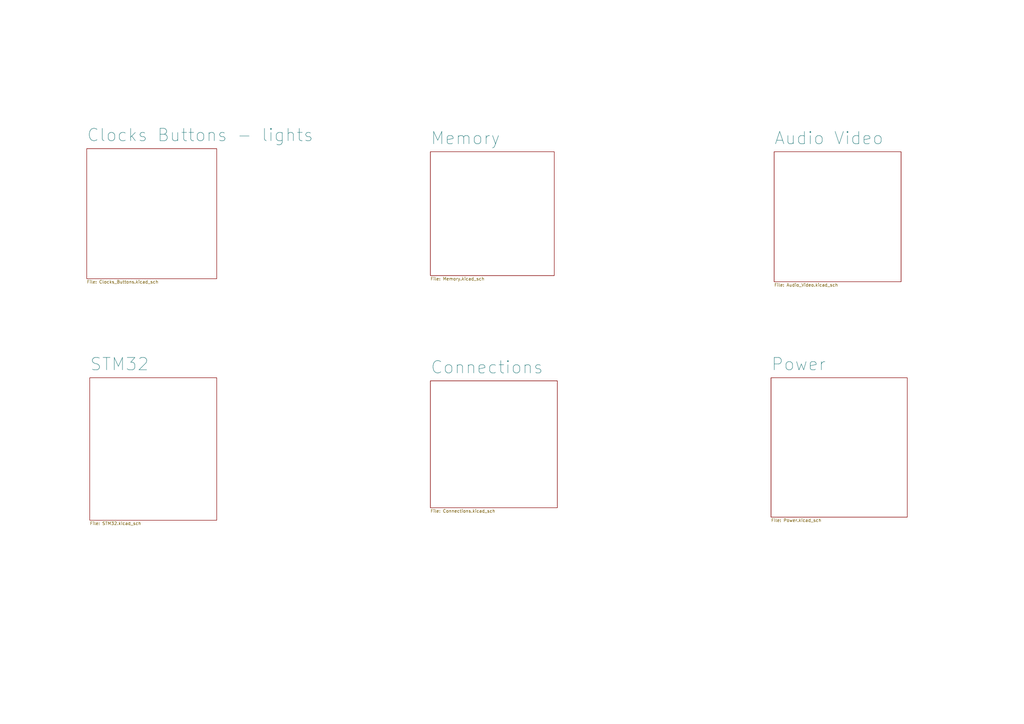
<source format=kicad_sch>
(kicad_sch (version 20211123) (generator eeschema)

  (uuid 776b99e7-0f46-42ea-a418-9133f51c4e95)

  (paper "A3")

  (title_block
    (title "OzzyBoard")
    (date "2023-03-10")
    (rev "0.91")
  )

  (lib_symbols
  )


  (sheet (at 316.23 154.94) (size 55.88 57.15) (fields_autoplaced)
    (stroke (width 0.1524) (type solid) (color 0 0 0 0))
    (fill (color 0 0 0 0.0000))
    (uuid 1c0629f8-c5cc-472c-a83e-6ea7f5fddac4)
    (property "Sheet name" "Power" (id 0) (at 316.23 152.3234 0)
      (effects (font (size 5.08 5.08)) (justify left bottom))
    )
    (property "Sheet file" "Power.kicad_sch" (id 1) (at 316.23 212.6746 0)
      (effects (font (size 1.27 1.27)) (justify left top))
    )
  )

  (sheet (at 176.53 62.23) (size 50.8 50.8) (fields_autoplaced)
    (stroke (width 0.1524) (type solid) (color 0 0 0 0))
    (fill (color 0 0 0 0.0000))
    (uuid 2cfd9000-0998-45b7-91bb-cb8493ed1373)
    (property "Sheet name" "Memory" (id 0) (at 176.53 59.6134 0)
      (effects (font (size 5.08 5.08)) (justify left bottom))
    )
    (property "Sheet file" "Memory.kicad_sch" (id 1) (at 176.53 113.6146 0)
      (effects (font (size 1.27 1.27)) (justify left top))
    )
  )

  (sheet (at 317.5 62.23) (size 52.07 53.34) (fields_autoplaced)
    (stroke (width 0.1524) (type solid) (color 0 0 0 0))
    (fill (color 0 0 0 0.0000))
    (uuid 58a57fe5-910c-41cb-bb8b-170ce3e0878b)
    (property "Sheet name" "Audio Video" (id 0) (at 317.5 59.6134 0)
      (effects (font (size 5.08 5.08)) (justify left bottom))
    )
    (property "Sheet file" "Audio_Video.kicad_sch" (id 1) (at 317.5 116.1546 0)
      (effects (font (size 1.27 1.27)) (justify left top))
    )
  )

  (sheet (at 176.53 156.21) (size 52.07 52.07) (fields_autoplaced)
    (stroke (width 0.1524) (type solid) (color 0 0 0 0))
    (fill (color 0 0 0 0.0000))
    (uuid 71da5b64-f121-48ae-a4be-725835e49cb4)
    (property "Sheet name" "Connections" (id 0) (at 176.53 153.5934 0)
      (effects (font (size 5.08 5.08)) (justify left bottom))
    )
    (property "Sheet file" "Connections.kicad_sch" (id 1) (at 176.53 208.8646 0)
      (effects (font (size 1.27 1.27)) (justify left top))
    )
  )

  (sheet (at 36.83 154.94) (size 52.07 58.42) (fields_autoplaced)
    (stroke (width 0.1524) (type solid) (color 0 0 0 0))
    (fill (color 0 0 0 0.0000))
    (uuid 7fe8d588-9805-4bd8-9058-2c232fa95ce2)
    (property "Sheet name" "STM32" (id 0) (at 36.83 152.3234 0)
      (effects (font (size 5.08 5.08)) (justify left bottom))
    )
    (property "Sheet file" "STM32.kicad_sch" (id 1) (at 36.83 213.9446 0)
      (effects (font (size 1.27 1.27)) (justify left top))
    )
  )

  (sheet (at 35.56 60.96) (size 53.34 53.34) (fields_autoplaced)
    (stroke (width 0.1524) (type solid) (color 0 0 0 0))
    (fill (color 0 0 0 0.0000))
    (uuid b8067218-dbac-41f1-843a-54c29ef5e090)
    (property "Sheet name" "Clocks Buttons - lights" (id 0) (at 35.56 58.3434 0)
      (effects (font (size 5.08 5.08)) (justify left bottom))
    )
    (property "Sheet file" "Clocks_Buttons.kicad_sch" (id 1) (at 35.56 114.8846 0)
      (effects (font (size 1.27 1.27)) (justify left top))
    )
  )

  (sheet_instances
    (path "/" (page "1"))
    (path "/b8067218-dbac-41f1-843a-54c29ef5e090" (page "2"))
    (path "/71da5b64-f121-48ae-a4be-725835e49cb4" (page "3"))
    (path "/2cfd9000-0998-45b7-91bb-cb8493ed1373" (page "4"))
    (path "/58a57fe5-910c-41cb-bb8b-170ce3e0878b" (page "5"))
    (path "/7fe8d588-9805-4bd8-9058-2c232fa95ce2" (page "6"))
    (path "/1c0629f8-c5cc-472c-a83e-6ea7f5fddac4" (page "7"))
  )

  (symbol_instances
    (path "/71da5b64-f121-48ae-a4be-725835e49cb4/c40c339c-f3e1-4237-ad76-d74ad87645fd"
      (reference "#FLG01") (unit 1) (value "PWR_FLAG") (footprint "")
    )
    (path "/1c0629f8-c5cc-472c-a83e-6ea7f5fddac4/71b5a503-15df-470b-9ffc-12627563f527"
      (reference "#FLG04") (unit 1) (value "PWR_FLAG") (footprint "")
    )
    (path "/1c0629f8-c5cc-472c-a83e-6ea7f5fddac4/7d5b4bd3-d3ef-43d2-a0a7-6a347f309b3b"
      (reference "#FLG06") (unit 1) (value "PWR_FLAG") (footprint "")
    )
    (path "/1c0629f8-c5cc-472c-a83e-6ea7f5fddac4/6804e7ea-0087-4265-a4a3-8615bf588fc8"
      (reference "#FLG07") (unit 1) (value "PWR_FLAG") (footprint "")
    )
    (path "/7fe8d588-9805-4bd8-9058-2c232fa95ce2/aa1e3342-6def-4f2b-89ff-20bf49751e32"
      (reference "#FLG0101") (unit 1) (value "PWR_FLAG") (footprint "")
    )
    (path "/b8067218-dbac-41f1-843a-54c29ef5e090/2a38b65e-8dc2-4bbe-9e11-108334ce28a6"
      (reference "#PWR01") (unit 1) (value "+3V0") (footprint "")
    )
    (path "/b8067218-dbac-41f1-843a-54c29ef5e090/756b3b29-dd35-4be2-9fcb-09a0ffb6207b"
      (reference "#PWR02") (unit 1) (value "GND") (footprint "")
    )
    (path "/71da5b64-f121-48ae-a4be-725835e49cb4/e011653b-0928-4a1f-b5ba-1d0c4d08d886"
      (reference "#PWR03") (unit 1) (value "GND") (footprint "")
    )
    (path "/71da5b64-f121-48ae-a4be-725835e49cb4/3ccfe669-b070-4a32-a497-6f749f9d57f5"
      (reference "#PWR04") (unit 1) (value "+3.3V") (footprint "")
    )
    (path "/71da5b64-f121-48ae-a4be-725835e49cb4/758e3fa9-7ca1-4c60-b8ed-80d019c4b5ac"
      (reference "#PWR05") (unit 1) (value "GND") (footprint "")
    )
    (path "/71da5b64-f121-48ae-a4be-725835e49cb4/bd4b84c5-673d-4ef4-8a02-fd9fe0c34ed2"
      (reference "#PWR06") (unit 1) (value "GND") (footprint "")
    )
    (path "/71da5b64-f121-48ae-a4be-725835e49cb4/550fa75f-72e4-41ce-b869-85b586ad0c28"
      (reference "#PWR07") (unit 1) (value "GND") (footprint "")
    )
    (path "/71da5b64-f121-48ae-a4be-725835e49cb4/2cf2d6d1-3561-44a4-bbdc-c142e9d140db"
      (reference "#PWR08") (unit 1) (value "GND") (footprint "")
    )
    (path "/71da5b64-f121-48ae-a4be-725835e49cb4/3daf6d34-6508-4ff7-84c6-cf471cb83685"
      (reference "#PWR09") (unit 1) (value "VCC") (footprint "")
    )
    (path "/71da5b64-f121-48ae-a4be-725835e49cb4/5dc68ee6-86ab-4ddf-9343-62df42e67507"
      (reference "#PWR010") (unit 1) (value "GND") (footprint "")
    )
    (path "/71da5b64-f121-48ae-a4be-725835e49cb4/f665b75e-08da-440d-9515-4ebf726df6ff"
      (reference "#PWR011") (unit 1) (value "VCC") (footprint "")
    )
    (path "/71da5b64-f121-48ae-a4be-725835e49cb4/4ead4ebf-f248-4e32-92de-04a980f78f52"
      (reference "#PWR012") (unit 1) (value "GND") (footprint "")
    )
    (path "/2cfd9000-0998-45b7-91bb-cb8493ed1373/98fb9c5e-4d25-41be-b4b7-d0d2e432a7f8"
      (reference "#PWR013") (unit 1) (value "+3.3V") (footprint "")
    )
    (path "/2cfd9000-0998-45b7-91bb-cb8493ed1373/5acb5025-fcfe-4e62-9fa4-8defbbfcb4bf"
      (reference "#PWR014") (unit 1) (value "GND") (footprint "")
    )
    (path "/2cfd9000-0998-45b7-91bb-cb8493ed1373/58bdc92b-15f3-44ec-8f40-149c401f3cfe"
      (reference "#PWR015") (unit 1) (value "GND") (footprint "")
    )
    (path "/2cfd9000-0998-45b7-91bb-cb8493ed1373/76e5af9f-0010-4280-a856-9d735a464778"
      (reference "#PWR016") (unit 1) (value "GND") (footprint "")
    )
    (path "/58a57fe5-910c-41cb-bb8b-170ce3e0878b/8ef0fc12-2a51-4b64-8d8a-686ee04375d4"
      (reference "#PWR017") (unit 1) (value "GND") (footprint "")
    )
    (path "/58a57fe5-910c-41cb-bb8b-170ce3e0878b/4f78ee98-88d6-49ba-8bc6-cc2c66d97fa4"
      (reference "#PWR018") (unit 1) (value "GND") (footprint "")
    )
    (path "/7fe8d588-9805-4bd8-9058-2c232fa95ce2/2774482b-bf56-43de-9952-6a0d391aabd6"
      (reference "#PWR019") (unit 1) (value "GND") (footprint "")
    )
    (path "/7fe8d588-9805-4bd8-9058-2c232fa95ce2/25ca9ad8-72e4-4d56-a0eb-fb8d87036915"
      (reference "#PWR020") (unit 1) (value "+3.3V") (footprint "")
    )
    (path "/7fe8d588-9805-4bd8-9058-2c232fa95ce2/b55d86eb-a1c8-4bf0-8692-57c167b0c541"
      (reference "#PWR021") (unit 1) (value "GND") (footprint "")
    )
    (path "/1c0629f8-c5cc-472c-a83e-6ea7f5fddac4/29504ba9-2966-4bad-98d9-3d01523a299e"
      (reference "#PWR022") (unit 1) (value "+1V2") (footprint "")
    )
    (path "/1c0629f8-c5cc-472c-a83e-6ea7f5fddac4/3de6b81d-52a0-4fe9-b070-dd6865e6fd71"
      (reference "#PWR023") (unit 1) (value "GND") (footprint "")
    )
    (path "/1c0629f8-c5cc-472c-a83e-6ea7f5fddac4/35ec3b19-acdb-4fd8-ad31-ffa99ce14fd2"
      (reference "#PWR024") (unit 1) (value "+1V2") (footprint "")
    )
    (path "/1c0629f8-c5cc-472c-a83e-6ea7f5fddac4/da78a1ba-f7bb-48fe-98bc-60a3f78361c1"
      (reference "#PWR025") (unit 1) (value "GND") (footprint "")
    )
    (path "/1c0629f8-c5cc-472c-a83e-6ea7f5fddac4/c169f7c4-3f65-45dd-8b45-78f502324df2"
      (reference "#PWR026") (unit 1) (value "+3.3V") (footprint "")
    )
    (path "/1c0629f8-c5cc-472c-a83e-6ea7f5fddac4/6681df7f-9e91-46c9-ae00-1712706a7615"
      (reference "#PWR027") (unit 1) (value "GND") (footprint "")
    )
    (path "/1c0629f8-c5cc-472c-a83e-6ea7f5fddac4/d03cf186-94c5-4a06-b5c6-2d73d368302e"
      (reference "#PWR028") (unit 1) (value "+1V2") (footprint "")
    )
    (path "/1c0629f8-c5cc-472c-a83e-6ea7f5fddac4/1d72ff14-8785-452f-9a0a-7c723891a027"
      (reference "#PWR029") (unit 1) (value "GND") (footprint "")
    )
    (path "/1c0629f8-c5cc-472c-a83e-6ea7f5fddac4/ef97f7bf-7543-4499-a81c-640be47a4215"
      (reference "#PWR030") (unit 1) (value "+1V8") (footprint "")
    )
    (path "/1c0629f8-c5cc-472c-a83e-6ea7f5fddac4/b2722e61-4960-4cf0-b8b1-cf88aaa847f4"
      (reference "#PWR031") (unit 1) (value "GND") (footprint "")
    )
    (path "/1c0629f8-c5cc-472c-a83e-6ea7f5fddac4/e100dcec-2653-4af6-8f68-254f0a87785b"
      (reference "#PWR032") (unit 1) (value "+3.3V") (footprint "")
    )
    (path "/1c0629f8-c5cc-472c-a83e-6ea7f5fddac4/b727c626-74e9-4414-8a03-19e6380f2d21"
      (reference "#PWR033") (unit 1) (value "GND") (footprint "")
    )
    (path "/1c0629f8-c5cc-472c-a83e-6ea7f5fddac4/9e8cfbb4-9e5f-4c05-b6b0-0eeab81fdba8"
      (reference "#PWR034") (unit 1) (value "GND") (footprint "")
    )
    (path "/1c0629f8-c5cc-472c-a83e-6ea7f5fddac4/080089ea-925f-4baf-8fa7-9c3c34896700"
      (reference "#PWR035") (unit 1) (value "+3.3V") (footprint "")
    )
    (path "/1c0629f8-c5cc-472c-a83e-6ea7f5fddac4/fde5d0a8-3b11-4fa3-ba8a-89c219313513"
      (reference "#PWR036") (unit 1) (value "GND") (footprint "")
    )
    (path "/1c0629f8-c5cc-472c-a83e-6ea7f5fddac4/3d8239c9-c3ef-436d-b1ec-97a7fdc413da"
      (reference "#PWR037") (unit 1) (value "GND") (footprint "")
    )
    (path "/1c0629f8-c5cc-472c-a83e-6ea7f5fddac4/247ec5aa-8584-4e6b-b21e-cc15b827b487"
      (reference "#PWR038") (unit 1) (value "VDD") (footprint "")
    )
    (path "/1c0629f8-c5cc-472c-a83e-6ea7f5fddac4/20e91464-607c-4331-adcc-ecdfef75134c"
      (reference "#PWR039") (unit 1) (value "GND") (footprint "")
    )
    (path "/1c0629f8-c5cc-472c-a83e-6ea7f5fddac4/ce1a5044-cb41-4572-870d-2f5feeaf75f0"
      (reference "#PWR040") (unit 1) (value "+3V0") (footprint "")
    )
    (path "/1c0629f8-c5cc-472c-a83e-6ea7f5fddac4/c44eb172-ae8a-41a8-afaf-7dbeeb08f71c"
      (reference "#PWR041") (unit 1) (value "GND") (footprint "")
    )
    (path "/1c0629f8-c5cc-472c-a83e-6ea7f5fddac4/b505b9aa-7573-42d1-b050-635ef1ee355f"
      (reference "#PWR042") (unit 1) (value "+VDC") (footprint "")
    )
    (path "/1c0629f8-c5cc-472c-a83e-6ea7f5fddac4/9016eded-15ff-4dd3-b8b7-b33b28311876"
      (reference "#PWR043") (unit 1) (value "+3.3V") (footprint "")
    )
    (path "/1c0629f8-c5cc-472c-a83e-6ea7f5fddac4/afb42bca-4ac9-41ad-b07a-699131ebb8ec"
      (reference "#PWR044") (unit 1) (value "GND") (footprint "")
    )
    (path "/1c0629f8-c5cc-472c-a83e-6ea7f5fddac4/81e0fca2-1144-4880-bbb3-1ad1a2e9b444"
      (reference "#PWR045") (unit 1) (value "GND") (footprint "")
    )
    (path "/1c0629f8-c5cc-472c-a83e-6ea7f5fddac4/3cc2cd45-4531-4e31-80b3-0672fef6fbeb"
      (reference "#PWR046") (unit 1) (value "+3V0") (footprint "")
    )
    (path "/1c0629f8-c5cc-472c-a83e-6ea7f5fddac4/779b22b8-917b-4962-9d05-b057774e9047"
      (reference "#PWR047") (unit 1) (value "GND") (footprint "")
    )
    (path "/1c0629f8-c5cc-472c-a83e-6ea7f5fddac4/8954e023-d32e-4d7f-a741-2eef26e9e21d"
      (reference "#PWR048") (unit 1) (value "GND") (footprint "")
    )
    (path "/1c0629f8-c5cc-472c-a83e-6ea7f5fddac4/9bf70faf-fcfa-4584-9158-d203ca5b53e2"
      (reference "#PWR049") (unit 1) (value "+1V8") (footprint "")
    )
    (path "/1c0629f8-c5cc-472c-a83e-6ea7f5fddac4/df02d069-68cd-4a9c-bdd5-61249a8f9597"
      (reference "#PWR050") (unit 1) (value "GND") (footprint "")
    )
    (path "/1c0629f8-c5cc-472c-a83e-6ea7f5fddac4/dc771bf2-ca7c-4df4-9c91-9e4302ea719d"
      (reference "#PWR051") (unit 1) (value "+1V2") (footprint "")
    )
    (path "/1c0629f8-c5cc-472c-a83e-6ea7f5fddac4/a9f41769-5a4b-42fc-983e-a73c99a8a324"
      (reference "#PWR052") (unit 1) (value "VCC") (footprint "")
    )
    (path "/1c0629f8-c5cc-472c-a83e-6ea7f5fddac4/e3572596-7898-495f-9238-1c06b7297119"
      (reference "#PWR053") (unit 1) (value "GND") (footprint "")
    )
    (path "/1c0629f8-c5cc-472c-a83e-6ea7f5fddac4/7efdd953-2a35-4633-a8e1-b94c0bf133f8"
      (reference "#PWR054") (unit 1) (value "+1V2") (footprint "")
    )
    (path "/1c0629f8-c5cc-472c-a83e-6ea7f5fddac4/5ce5c4f3-1e79-4a68-a5df-578cfc325471"
      (reference "#PWR055") (unit 1) (value "+3V0") (footprint "")
    )
    (path "/1c0629f8-c5cc-472c-a83e-6ea7f5fddac4/e481a5cf-5ab7-42df-b67d-2c145cc4107e"
      (reference "#PWR056") (unit 1) (value "GND") (footprint "")
    )
    (path "/1c0629f8-c5cc-472c-a83e-6ea7f5fddac4/07b84902-779e-4d7e-a03c-a59338d7302f"
      (reference "#PWR057") (unit 1) (value "+3.3V") (footprint "")
    )
    (path "/1c0629f8-c5cc-472c-a83e-6ea7f5fddac4/e7826376-2e55-4ee6-aa8b-7fbbed197af4"
      (reference "#PWR058") (unit 1) (value "+1V8") (footprint "")
    )
    (path "/1c0629f8-c5cc-472c-a83e-6ea7f5fddac4/14ce94c5-1d65-4498-886f-bc2d82d48468"
      (reference "#PWR059") (unit 1) (value "+3V0") (footprint "")
    )
    (path "/1c0629f8-c5cc-472c-a83e-6ea7f5fddac4/bb7fbfca-95b6-4d78-b8cb-eff3230cff4d"
      (reference "#PWR060") (unit 1) (value "GND") (footprint "")
    )
    (path "/1c0629f8-c5cc-472c-a83e-6ea7f5fddac4/f98462b3-8d8c-4482-8ccb-b3c8e2ee110f"
      (reference "#PWR061") (unit 1) (value "GND") (footprint "")
    )
    (path "/1c0629f8-c5cc-472c-a83e-6ea7f5fddac4/06c1a56b-f31d-4d61-ac7f-b89a09cb21d2"
      (reference "#PWR062") (unit 1) (value "VDD") (footprint "")
    )
    (path "/1c0629f8-c5cc-472c-a83e-6ea7f5fddac4/dcda1676-b86c-45ee-ab0b-bd95169c381d"
      (reference "#PWR063") (unit 1) (value "+3.3V") (footprint "")
    )
    (path "/1c0629f8-c5cc-472c-a83e-6ea7f5fddac4/b0a28657-2caa-4273-9813-7f5864b032a5"
      (reference "#PWR064") (unit 1) (value "GND") (footprint "")
    )
    (path "/1c0629f8-c5cc-472c-a83e-6ea7f5fddac4/a260915b-1116-44cb-8376-296d70c6cf75"
      (reference "#PWR065") (unit 1) (value "+3.3V") (footprint "")
    )
    (path "/1c0629f8-c5cc-472c-a83e-6ea7f5fddac4/2364285f-e65c-4215-b2b8-59bc3652e296"
      (reference "#PWR066") (unit 1) (value "+1V2") (footprint "")
    )
    (path "/1c0629f8-c5cc-472c-a83e-6ea7f5fddac4/f43838d0-c68a-48fb-9fff-17e020260975"
      (reference "#PWR067") (unit 1) (value "+3.3V") (footprint "")
    )
    (path "/1c0629f8-c5cc-472c-a83e-6ea7f5fddac4/cf4d7dda-7da7-4a63-ac5e-2d57a77d62e8"
      (reference "#PWR068") (unit 1) (value "+3V0") (footprint "")
    )
    (path "/1c0629f8-c5cc-472c-a83e-6ea7f5fddac4/45e34db4-5a6d-4325-9ec1-9e38b15a50b2"
      (reference "#PWR069") (unit 1) (value "GND") (footprint "")
    )
    (path "/1c0629f8-c5cc-472c-a83e-6ea7f5fddac4/b4444652-7ea4-40fe-a239-343c4c54ed93"
      (reference "#PWR070") (unit 1) (value "GND") (footprint "")
    )
    (path "/1c0629f8-c5cc-472c-a83e-6ea7f5fddac4/fba9bc90-71cf-47ec-9247-c9c8777b63a0"
      (reference "#PWR071") (unit 1) (value "+1V8") (footprint "")
    )
    (path "/1c0629f8-c5cc-472c-a83e-6ea7f5fddac4/81aab351-9826-46dc-a0c1-5ba2ac6abaee"
      (reference "#PWR072") (unit 1) (value "GND") (footprint "")
    )
    (path "/1c0629f8-c5cc-472c-a83e-6ea7f5fddac4/71ffd6b0-6984-475d-b3cf-287100cbfc04"
      (reference "#PWR073") (unit 1) (value "GND") (footprint "")
    )
    (path "/1c0629f8-c5cc-472c-a83e-6ea7f5fddac4/006f7569-1c79-4b73-a6cb-b76703463e3a"
      (reference "#PWR074") (unit 1) (value "GND") (footprint "")
    )
    (path "/1c0629f8-c5cc-472c-a83e-6ea7f5fddac4/c990f2db-4d3a-4d3f-96a2-809fe4f1ca91"
      (reference "#PWR075") (unit 1) (value "GND") (footprint "")
    )
    (path "/1c0629f8-c5cc-472c-a83e-6ea7f5fddac4/626e2f86-2d0b-4b07-b021-f3dc97e4c5a9"
      (reference "#PWR076") (unit 1) (value "GND") (footprint "")
    )
    (path "/1c0629f8-c5cc-472c-a83e-6ea7f5fddac4/1a298f78-a07d-413a-a249-398a7718c1e3"
      (reference "#PWR077") (unit 1) (value "GND") (footprint "")
    )
    (path "/1c0629f8-c5cc-472c-a83e-6ea7f5fddac4/55539189-e6d6-41f8-b58b-b9442dd079e5"
      (reference "#PWR078") (unit 1) (value "GND") (footprint "")
    )
    (path "/1c0629f8-c5cc-472c-a83e-6ea7f5fddac4/d2962b05-3cce-47d5-a169-d86965e9e723"
      (reference "#PWR079") (unit 1) (value "+3.3V") (footprint "")
    )
    (path "/1c0629f8-c5cc-472c-a83e-6ea7f5fddac4/eda42e2e-3b6d-48fa-b79f-14e2aecac0cb"
      (reference "#PWR080") (unit 1) (value "+1V2") (footprint "")
    )
    (path "/1c0629f8-c5cc-472c-a83e-6ea7f5fddac4/c78ae9a4-1de4-4017-beb4-da275c96572d"
      (reference "#PWR081") (unit 1) (value "VCC") (footprint "")
    )
    (path "/1c0629f8-c5cc-472c-a83e-6ea7f5fddac4/ae248f1a-46df-416a-a2ac-1a5d8f179206"
      (reference "#PWR082") (unit 1) (value "+VDC") (footprint "")
    )
    (path "/1c0629f8-c5cc-472c-a83e-6ea7f5fddac4/e20c7264-7b5e-4ce1-932f-6ac9f478e72b"
      (reference "#PWR083") (unit 1) (value "VDD") (footprint "")
    )
    (path "/1c0629f8-c5cc-472c-a83e-6ea7f5fddac4/b7279606-b59d-4343-b643-9779a6bf2bbe"
      (reference "#PWR084") (unit 1) (value "+3V0") (footprint "")
    )
    (path "/1c0629f8-c5cc-472c-a83e-6ea7f5fddac4/5a5839ca-a9de-4ebd-a36d-15596efc5766"
      (reference "#PWR085") (unit 1) (value "GND") (footprint "")
    )
    (path "/1c0629f8-c5cc-472c-a83e-6ea7f5fddac4/48855916-a798-4f7c-90cc-6589f503e0d4"
      (reference "#PWR086") (unit 1) (value "GND") (footprint "")
    )
    (path "/1c0629f8-c5cc-472c-a83e-6ea7f5fddac4/e589df7c-0cc3-4d0f-9e2b-6802091a5ef9"
      (reference "#PWR087") (unit 1) (value "GND") (footprint "")
    )
    (path "/1c0629f8-c5cc-472c-a83e-6ea7f5fddac4/119ed44c-a849-424f-9753-9876c53b1b78"
      (reference "#PWR088") (unit 1) (value "VCC") (footprint "")
    )
    (path "/1c0629f8-c5cc-472c-a83e-6ea7f5fddac4/0d743832-0fe8-41c9-b94e-af68eb96cc62"
      (reference "#PWR089") (unit 1) (value "GND") (footprint "")
    )
    (path "/1c0629f8-c5cc-472c-a83e-6ea7f5fddac4/a9cf7671-7fe9-458f-afab-374268911a17"
      (reference "#PWR090") (unit 1) (value "+BATT") (footprint "")
    )
    (path "/1c0629f8-c5cc-472c-a83e-6ea7f5fddac4/0488afd0-b35d-4f90-baca-761d56a82257"
      (reference "#PWR091") (unit 1) (value "GND") (footprint "")
    )
    (path "/1c0629f8-c5cc-472c-a83e-6ea7f5fddac4/47dad7e1-b08d-4153-a7c1-4775b1ad7e9d"
      (reference "#PWR092") (unit 1) (value "GND") (footprint "")
    )
    (path "/1c0629f8-c5cc-472c-a83e-6ea7f5fddac4/04d916bd-064c-4957-b7b0-8d2209b99b37"
      (reference "#PWR093") (unit 1) (value "GND") (footprint "")
    )
    (path "/1c0629f8-c5cc-472c-a83e-6ea7f5fddac4/8ade18d1-8e7a-4737-97fc-a42487caad75"
      (reference "#PWR094") (unit 1) (value "GND") (footprint "")
    )
    (path "/1c0629f8-c5cc-472c-a83e-6ea7f5fddac4/0ab00800-5ac7-456e-b70c-dac443a5ccfc"
      (reference "#PWR095") (unit 1) (value "GND") (footprint "")
    )
    (path "/1c0629f8-c5cc-472c-a83e-6ea7f5fddac4/9ead8dc0-7ba0-41fa-b8ea-2cdafa20f162"
      (reference "#PWR096") (unit 1) (value "GND") (footprint "")
    )
    (path "/1c0629f8-c5cc-472c-a83e-6ea7f5fddac4/8bd9c9e5-beed-4674-be8d-5d78463293f1"
      (reference "#PWR097") (unit 1) (value "VDD") (footprint "")
    )
    (path "/1c0629f8-c5cc-472c-a83e-6ea7f5fddac4/e4f29d55-0187-49b9-bd44-9bfba5eefda2"
      (reference "#PWR098") (unit 1) (value "GND") (footprint "")
    )
    (path "/1c0629f8-c5cc-472c-a83e-6ea7f5fddac4/29b56b59-7cea-4c5d-9c2d-fc9a8d51e378"
      (reference "#PWR099") (unit 1) (value "VCC") (footprint "")
    )
    (path "/1c0629f8-c5cc-472c-a83e-6ea7f5fddac4/5f492421-42ba-4916-849a-bade7bd72609"
      (reference "#PWR0100") (unit 1) (value "GND") (footprint "")
    )
    (path "/b8067218-dbac-41f1-843a-54c29ef5e090/937dd940-f3ed-42ec-b0ca-5ea3c2b48ed0"
      (reference "#PWR0101") (unit 1) (value "GND") (footprint "")
    )
    (path "/b8067218-dbac-41f1-843a-54c29ef5e090/15079607-54b2-478c-9f52-158474d975d0"
      (reference "#PWR0102") (unit 1) (value "GND") (footprint "")
    )
    (path "/b8067218-dbac-41f1-843a-54c29ef5e090/e5567fed-48fb-40e7-bbe2-eac27797fb6d"
      (reference "#PWR0103") (unit 1) (value "GND") (footprint "")
    )
    (path "/b8067218-dbac-41f1-843a-54c29ef5e090/2b745212-0ab2-46b4-8fd4-4c369146cdf7"
      (reference "#PWR0104") (unit 1) (value "GND") (footprint "")
    )
    (path "/1c0629f8-c5cc-472c-a83e-6ea7f5fddac4/5794863b-93aa-4b71-a486-7aff438207b0"
      (reference "#PWR0105") (unit 1) (value "GND") (footprint "")
    )
    (path "/1c0629f8-c5cc-472c-a83e-6ea7f5fddac4/dc8daf84-a772-4123-8974-70d6a1865f3f"
      (reference "#PWR0106") (unit 1) (value "VCC") (footprint "")
    )
    (path "/7fe8d588-9805-4bd8-9058-2c232fa95ce2/24206d35-89cf-40c3-876c-8d48454f7757"
      (reference "#PWR0107") (unit 1) (value "GND") (footprint "")
    )
    (path "/7fe8d588-9805-4bd8-9058-2c232fa95ce2/64d27365-1452-40d8-a055-beaa9a4ea63f"
      (reference "#PWR0108") (unit 1) (value "GND") (footprint "")
    )
    (path "/7fe8d588-9805-4bd8-9058-2c232fa95ce2/24c8350b-fa85-4d56-a3c9-bfd62ab013f3"
      (reference "#PWR0109") (unit 1) (value "GND") (footprint "")
    )
    (path "/7fe8d588-9805-4bd8-9058-2c232fa95ce2/425bad5d-9451-4257-abe7-a07a72229036"
      (reference "#PWR0110") (unit 1) (value "GND") (footprint "")
    )
    (path "/7fe8d588-9805-4bd8-9058-2c232fa95ce2/6dfda113-3cca-46c0-a9c0-ddc0b22fa2d6"
      (reference "#PWR0111") (unit 1) (value "+3.3V") (footprint "")
    )
    (path "/7fe8d588-9805-4bd8-9058-2c232fa95ce2/b1e95de3-f3f4-411b-af1a-7bcc4dc95178"
      (reference "#PWR0112") (unit 1) (value "GND") (footprint "")
    )
    (path "/7fe8d588-9805-4bd8-9058-2c232fa95ce2/3b318c91-f981-431b-9f55-eb4024d75cb0"
      (reference "#PWR0113") (unit 1) (value "+3.3V") (footprint "")
    )
    (path "/7fe8d588-9805-4bd8-9058-2c232fa95ce2/de5b66f0-b09b-4a8e-a313-210f2ce3fd56"
      (reference "#PWR0114") (unit 1) (value "GND") (footprint "")
    )
    (path "/7fe8d588-9805-4bd8-9058-2c232fa95ce2/7e2ef981-d95c-40aa-801b-b493867b2a78"
      (reference "#PWR0115") (unit 1) (value "+3.3V") (footprint "")
    )
    (path "/7fe8d588-9805-4bd8-9058-2c232fa95ce2/024c32a0-c261-486c-ab09-646b9b2621bc"
      (reference "#PWR0116") (unit 1) (value "GND") (footprint "")
    )
    (path "/7fe8d588-9805-4bd8-9058-2c232fa95ce2/7a0de96b-5404-47e0-a022-ed4c3bab6a2e"
      (reference "#PWR0117") (unit 1) (value "GND") (footprint "")
    )
    (path "/71da5b64-f121-48ae-a4be-725835e49cb4/96957639-8e1d-49ce-8763-6301f35adead"
      (reference "#PWR0118") (unit 1) (value "VCC") (footprint "")
    )
    (path "/7fe8d588-9805-4bd8-9058-2c232fa95ce2/58d7e55c-e155-490e-b34c-a1881bba7ab7"
      (reference "#PWR0119") (unit 1) (value "VCC") (footprint "")
    )
    (path "/7fe8d588-9805-4bd8-9058-2c232fa95ce2/ca3ca255-cf41-48c9-8ead-cc369377e264"
      (reference "#PWR0120") (unit 1) (value "GND") (footprint "")
    )
    (path "/71da5b64-f121-48ae-a4be-725835e49cb4/e29918c4-a3ee-48c5-b995-c6681604c24a"
      (reference "#PWR0121") (unit 1) (value "+3.3V") (footprint "")
    )
    (path "/71da5b64-f121-48ae-a4be-725835e49cb4/f6176cd1-f30c-4fa6-8787-8e1f66b9114d"
      (reference "#PWR0122") (unit 1) (value "GND") (footprint "")
    )
    (path "/71da5b64-f121-48ae-a4be-725835e49cb4/9eca7c54-1b9c-4e18-820f-e6e37308fd9d"
      (reference "#PWR0123") (unit 1) (value "GND") (footprint "")
    )
    (path "/71da5b64-f121-48ae-a4be-725835e49cb4/3e4a7f45-700e-4136-ae44-7f1f3cc48c9c"
      (reference "#PWR0124") (unit 1) (value "GND") (footprint "")
    )
    (path "/71da5b64-f121-48ae-a4be-725835e49cb4/b16fac5c-47cd-4074-b1de-3c2d613806a6"
      (reference "#PWR0125") (unit 1) (value "GND") (footprint "")
    )
    (path "/71da5b64-f121-48ae-a4be-725835e49cb4/c48dae4f-4cba-4c7a-9461-6997dbd600bb"
      (reference "#PWR0126") (unit 1) (value "GND") (footprint "")
    )
    (path "/71da5b64-f121-48ae-a4be-725835e49cb4/45f19971-5ad2-4c3b-b7c4-674ee602c915"
      (reference "#PWR0127") (unit 1) (value "GND") (footprint "")
    )
    (path "/2cfd9000-0998-45b7-91bb-cb8493ed1373/f217248a-5ab9-4313-8711-625919f877b6"
      (reference "#PWR0128") (unit 1) (value "+3.3V") (footprint "")
    )
    (path "/2cfd9000-0998-45b7-91bb-cb8493ed1373/bf42f540-ce67-474e-bd9c-ccfdab1c9aab"
      (reference "#PWR0129") (unit 1) (value "GND") (footprint "")
    )
    (path "/2cfd9000-0998-45b7-91bb-cb8493ed1373/05045280-457d-4e56-a9e7-c7621e5e8b04"
      (reference "#PWR0130") (unit 1) (value "GND") (footprint "")
    )
    (path "/7fe8d588-9805-4bd8-9058-2c232fa95ce2/f4cca32a-ee5d-4a2a-9b71-0ccaf49d709b"
      (reference "#PWR0131") (unit 1) (value "+3.3V") (footprint "")
    )
    (path "/7fe8d588-9805-4bd8-9058-2c232fa95ce2/76a37576-a7bd-4cfe-abbf-966e1238063b"
      (reference "#PWR0132") (unit 1) (value "+3.3V") (footprint "")
    )
    (path "/7fe8d588-9805-4bd8-9058-2c232fa95ce2/712d10a4-5d99-4437-bf32-bc070a09c7d3"
      (reference "#PWR0133") (unit 1) (value "+3.3VA") (footprint "")
    )
    (path "/7fe8d588-9805-4bd8-9058-2c232fa95ce2/066a8990-134d-49e0-a237-f9d072ed86f2"
      (reference "#PWR0134") (unit 1) (value "+3.3VA") (footprint "")
    )
    (path "/7fe8d588-9805-4bd8-9058-2c232fa95ce2/a96f3bee-288f-4257-9145-10926963dc43"
      (reference "#PWR0135") (unit 1) (value "+3.3V") (footprint "")
    )
    (path "/7fe8d588-9805-4bd8-9058-2c232fa95ce2/25fb14cd-2c7f-41b5-a179-28ababdb7274"
      (reference "#PWR0136") (unit 1) (value "GND") (footprint "")
    )
    (path "/2cfd9000-0998-45b7-91bb-cb8493ed1373/20fd6759-cb04-4503-b9d6-74660365c705"
      (reference "#PWR0137") (unit 1) (value "+3.3V") (footprint "")
    )
    (path "/2cfd9000-0998-45b7-91bb-cb8493ed1373/0d4a9909-7b10-4166-95b0-160c236579e2"
      (reference "#PWR0138") (unit 1) (value "+3.3V") (footprint "")
    )
    (path "/2cfd9000-0998-45b7-91bb-cb8493ed1373/57fe69f4-79ec-43e2-918a-61c7e6bd0d1b"
      (reference "#PWR0139") (unit 1) (value "GND") (footprint "")
    )
    (path "/2cfd9000-0998-45b7-91bb-cb8493ed1373/90e7457d-b251-42f2-b90f-554ad0d1ffd6"
      (reference "#PWR0140") (unit 1) (value "GND") (footprint "")
    )
    (path "/2cfd9000-0998-45b7-91bb-cb8493ed1373/6e4d684d-0e0d-4da6-aaec-a4bddb4b779a"
      (reference "#PWR0141") (unit 1) (value "GND") (footprint "")
    )
    (path "/71da5b64-f121-48ae-a4be-725835e49cb4/0bf06674-73c0-4704-9cfe-50109d8c5a7b"
      (reference "#PWR0142") (unit 1) (value "GND") (footprint "")
    )
    (path "/7fe8d588-9805-4bd8-9058-2c232fa95ce2/7c863ffa-adc8-4935-a6db-cf01e94dee58"
      (reference "#PWR0143") (unit 1) (value "GND") (footprint "")
    )
    (path "/2cfd9000-0998-45b7-91bb-cb8493ed1373/21f2d3b8-eec8-4c47-8bf9-11e49702bac0"
      (reference "#PWR0144") (unit 1) (value "GND") (footprint "")
    )
    (path "/58a57fe5-910c-41cb-bb8b-170ce3e0878b/e23a6595-d21e-4088-a493-74b9fff96f04"
      (reference "#PWR0145") (unit 1) (value "GND") (footprint "")
    )
    (path "/b8067218-dbac-41f1-843a-54c29ef5e090/3df7d490-275b-4902-9989-0657d575de80"
      (reference "#PWR0146") (unit 1) (value "VCC") (footprint "")
    )
    (path "/b8067218-dbac-41f1-843a-54c29ef5e090/b1c3ccad-fcf5-4e48-90be-ff5b5e20f52d"
      (reference "#PWR0147") (unit 1) (value "GND") (footprint "")
    )
    (path "/b8067218-dbac-41f1-843a-54c29ef5e090/ef01770e-4da2-4740-aa3d-fec7a03a7091"
      (reference "#PWR0148") (unit 1) (value "GND") (footprint "")
    )
    (path "/b8067218-dbac-41f1-843a-54c29ef5e090/5ff8407b-7751-4ff7-af12-1b915f1dfc7a"
      (reference "#PWR0149") (unit 1) (value "GND") (footprint "")
    )
    (path "/b8067218-dbac-41f1-843a-54c29ef5e090/605f1668-1d80-4986-bcd1-c72c8f06e2fc"
      (reference "#PWR0150") (unit 1) (value "GND") (footprint "")
    )
    (path "/b8067218-dbac-41f1-843a-54c29ef5e090/45c5eab4-8f90-4c63-94ab-5502e5fdc5a5"
      (reference "#PWR0151") (unit 1) (value "GND") (footprint "")
    )
    (path "/1c0629f8-c5cc-472c-a83e-6ea7f5fddac4/a211cd22-3bcd-479d-bdf8-39f8f3823e63"
      (reference "#PWR0152") (unit 1) (value "GND") (footprint "")
    )
    (path "/71da5b64-f121-48ae-a4be-725835e49cb4/e86c70f4-62a1-47fa-9eca-1d5508f8d474"
      (reference "#PWR0153") (unit 1) (value "+3.3V") (footprint "")
    )
    (path "/1c0629f8-c5cc-472c-a83e-6ea7f5fddac4/1dd1024b-0039-423e-b8f4-5f9b78e28454"
      (reference "#PWR0154") (unit 1) (value "+3.3V") (footprint "")
    )
    (path "/1c0629f8-c5cc-472c-a83e-6ea7f5fddac4/8852e80e-fe6b-4369-b658-c81580f74e2e"
      (reference "#PWR0155") (unit 1) (value "GND") (footprint "")
    )
    (path "/71da5b64-f121-48ae-a4be-725835e49cb4/125530cd-c2d6-4fa8-b378-a81c92744e1a"
      (reference "#PWR0156") (unit 1) (value "GND") (footprint "")
    )
    (path "/71da5b64-f121-48ae-a4be-725835e49cb4/3444c713-47ae-41b8-a8a5-70bafbb2eb67"
      (reference "#PWR0157") (unit 1) (value "GND") (footprint "")
    )
    (path "/71da5b64-f121-48ae-a4be-725835e49cb4/ff322602-ed7b-4e64-b3de-7f10f20a73fd"
      (reference "#PWR0158") (unit 1) (value "GND") (footprint "")
    )
    (path "/71da5b64-f121-48ae-a4be-725835e49cb4/6b5301d3-f3b4-45a8-a3c9-4784a5c677c7"
      (reference "#PWR0159") (unit 1) (value "GND") (footprint "")
    )
    (path "/71da5b64-f121-48ae-a4be-725835e49cb4/36735285-ed94-4aa6-9e6c-1f745dba82b2"
      (reference "#PWR0160") (unit 1) (value "GND") (footprint "")
    )
    (path "/71da5b64-f121-48ae-a4be-725835e49cb4/b99869a0-e50a-40cb-8ca7-90f4d78a6769"
      (reference "#PWR0161") (unit 1) (value "GND") (footprint "")
    )
    (path "/58a57fe5-910c-41cb-bb8b-170ce3e0878b/85c38efe-17a2-4df9-9ebf-aa4b7738650b"
      (reference "#PWR0216") (unit 1) (value "+3.3V") (footprint "")
    )
    (path "/58a57fe5-910c-41cb-bb8b-170ce3e0878b/583466cb-7e36-4b3f-be6a-778914a33a13"
      (reference "#PWR0217") (unit 1) (value "GND") (footprint "")
    )
    (path "/58a57fe5-910c-41cb-bb8b-170ce3e0878b/45f66cde-f79a-49e4-a6f0-4e86ff5ebc91"
      (reference "#PWR0218") (unit 1) (value "GND") (footprint "")
    )
    (path "/58a57fe5-910c-41cb-bb8b-170ce3e0878b/95877e33-6816-469a-915a-48be7c6a90b5"
      (reference "#PWR0219") (unit 1) (value "VCC") (footprint "")
    )
    (path "/58a57fe5-910c-41cb-bb8b-170ce3e0878b/2e9fb28f-d849-4f56-a0a6-af7c69ff58b2"
      (reference "#PWR0220") (unit 1) (value "GND") (footprint "")
    )
    (path "/58a57fe5-910c-41cb-bb8b-170ce3e0878b/1edb84b2-9e2b-49e2-9837-0db535ea980a"
      (reference "#PWR0221") (unit 1) (value "GND") (footprint "")
    )
    (path "/58a57fe5-910c-41cb-bb8b-170ce3e0878b/43305e6a-3118-450c-a382-29e5b57facfb"
      (reference "#PWR0222") (unit 1) (value "+3.3V") (footprint "")
    )
    (path "/58a57fe5-910c-41cb-bb8b-170ce3e0878b/5876c5de-4b5c-444c-815c-0c6a47caeab0"
      (reference "#PWR0224") (unit 1) (value "GND") (footprint "")
    )
    (path "/1c0629f8-c5cc-472c-a83e-6ea7f5fddac4/a9166de9-4011-436f-a8c2-e9f77606c839"
      (reference "C1") (unit 1) (value "10nF") (footprint "Capacitor_SMD:C_0402_1005Metric")
    )
    (path "/1c0629f8-c5cc-472c-a83e-6ea7f5fddac4/9f3b33d3-2201-43d1-abf5-23966102d2fe"
      (reference "C2") (unit 1) (value "10uF") (footprint "Capacitor_SMD:C_0402_1005Metric")
    )
    (path "/1c0629f8-c5cc-472c-a83e-6ea7f5fddac4/fdf746cc-5928-4d7f-bc28-8a01cf2ad140"
      (reference "C3") (unit 1) (value "1nF") (footprint "Capacitor_SMD:C_0402_1005Metric")
    )
    (path "/1c0629f8-c5cc-472c-a83e-6ea7f5fddac4/b08b0f4c-5976-45c4-9196-333605cbbc6d"
      (reference "C4") (unit 1) (value "100pF") (footprint "Capacitor_SMD:C_0402_1005Metric")
    )
    (path "/1c0629f8-c5cc-472c-a83e-6ea7f5fddac4/f9322bb2-4880-439a-a953-7a0c469f5a08"
      (reference "C5") (unit 1) (value "10uF") (footprint "Capacitor_SMD:C_0402_1005Metric")
    )
    (path "/1c0629f8-c5cc-472c-a83e-6ea7f5fddac4/c8bcc1d5-4782-4a9b-becc-9eb19637fd9e"
      (reference "C6") (unit 1) (value "100uF") (footprint "Capacitor_Tantalum_SMD:CP_EIA-3528-21_Kemet-B")
    )
    (path "/1c0629f8-c5cc-472c-a83e-6ea7f5fddac4/300b96bf-045f-4ff4-bced-4729db424dfb"
      (reference "C7") (unit 1) (value "100n") (footprint "Capacitor_SMD:C_0402_1005Metric")
    )
    (path "/1c0629f8-c5cc-472c-a83e-6ea7f5fddac4/88098e42-8bef-44a0-b142-31ad3512e242"
      (reference "C8") (unit 1) (value "4.7uF") (footprint "Capacitor_SMD:C_0402_1005Metric")
    )
    (path "/1c0629f8-c5cc-472c-a83e-6ea7f5fddac4/ba8bb18d-c5a9-475a-b726-f3d9d2147a57"
      (reference "C9") (unit 1) (value "10uF") (footprint "Capacitor_SMD:C_0402_1005Metric")
    )
    (path "/1c0629f8-c5cc-472c-a83e-6ea7f5fddac4/466045a8-7bdb-4e96-874c-52edd9b7c6e7"
      (reference "C10") (unit 1) (value "1nF") (footprint "Capacitor_SMD:C_0402_1005Metric")
    )
    (path "/1c0629f8-c5cc-472c-a83e-6ea7f5fddac4/4cd21aaf-cfad-4d41-8846-9cb2adbf30cc"
      (reference "C11") (unit 1) (value "100pF") (footprint "Capacitor_SMD:C_0402_1005Metric")
    )
    (path "/1c0629f8-c5cc-472c-a83e-6ea7f5fddac4/e8ad18a1-415e-4655-8900-9e1bc645d087"
      (reference "C12") (unit 1) (value "10uF") (footprint "Capacitor_SMD:C_0402_1005Metric")
    )
    (path "/1c0629f8-c5cc-472c-a83e-6ea7f5fddac4/58d41bc2-269c-4acc-b8fb-c117cc614e89"
      (reference "C13") (unit 1) (value "10uF") (footprint "Capacitor_SMD:C_0402_1005Metric")
    )
    (path "/1c0629f8-c5cc-472c-a83e-6ea7f5fddac4/fc467787-61ef-4c09-9e2e-9186b7a0589f"
      (reference "C14") (unit 1) (value "4.7uF") (footprint "Capacitor_SMD:C_0402_1005Metric")
    )
    (path "/7fe8d588-9805-4bd8-9058-2c232fa95ce2/417b0a83-d2ee-4a0d-8304-184f68833c2d"
      (reference "C15") (unit 1) (value "12pF") (footprint "Capacitor_SMD:C_0402_1005Metric")
    )
    (path "/1c0629f8-c5cc-472c-a83e-6ea7f5fddac4/6ecaeac0-3a2d-4e63-9174-1c7bf1edc689"
      (reference "C16") (unit 1) (value "10uF") (footprint "Capacitor_SMD:C_0402_1005Metric")
    )
    (path "/1c0629f8-c5cc-472c-a83e-6ea7f5fddac4/2f5b0966-84d8-4877-a004-3d8d618021da"
      (reference "C17") (unit 1) (value "10uF") (footprint "Capacitor_SMD:C_0402_1005Metric")
    )
    (path "/1c0629f8-c5cc-472c-a83e-6ea7f5fddac4/12e9b85d-70ea-4148-9581-76d771bf67a1"
      (reference "C18") (unit 1) (value "1uF") (footprint "Capacitor_SMD:C_0402_1005Metric")
    )
    (path "/1c0629f8-c5cc-472c-a83e-6ea7f5fddac4/221f2b4a-0843-42ce-b47d-934d141a7047"
      (reference "C19") (unit 1) (value "1uF") (footprint "Capacitor_SMD:C_0402_1005Metric")
    )
    (path "/1c0629f8-c5cc-472c-a83e-6ea7f5fddac4/cbd2a903-7135-4e11-b3c7-8b72b4e03862"
      (reference "C20") (unit 1) (value "10uF") (footprint "Capacitor_SMD:C_0402_1005Metric")
    )
    (path "/1c0629f8-c5cc-472c-a83e-6ea7f5fddac4/7b6cbe18-179e-4958-a405-1192499f4c21"
      (reference "C21") (unit 1) (value "100n") (footprint "Capacitor_SMD:C_0402_1005Metric")
    )
    (path "/1c0629f8-c5cc-472c-a83e-6ea7f5fddac4/88e96397-32e9-46ff-b379-e980f175b503"
      (reference "C22") (unit 1) (value "1uF") (footprint "Capacitor_SMD:C_0402_1005Metric")
    )
    (path "/1c0629f8-c5cc-472c-a83e-6ea7f5fddac4/3542f340-b511-4eef-a3bf-1a5c32b7f7b0"
      (reference "C23") (unit 1) (value "10uF") (footprint "Capacitor_SMD:C_0402_1005Metric")
    )
    (path "/1c0629f8-c5cc-472c-a83e-6ea7f5fddac4/a422b8e6-33c6-4a1b-977e-82a04d85d5b1"
      (reference "C24") (unit 1) (value "4.7uF") (footprint "Capacitor_SMD:C_0402_1005Metric")
    )
    (path "/1c0629f8-c5cc-472c-a83e-6ea7f5fddac4/ed343e07-bff0-4741-9a55-aba0fce139ff"
      (reference "C25") (unit 1) (value "10uF") (footprint "Capacitor_SMD:C_0402_1005Metric")
    )
    (path "/1c0629f8-c5cc-472c-a83e-6ea7f5fddac4/6d0a68f7-98ce-42d6-802f-af1ddcbd15b1"
      (reference "C26") (unit 1) (value "10uF") (footprint "Capacitor_SMD:C_0402_1005Metric")
    )
    (path "/1c0629f8-c5cc-472c-a83e-6ea7f5fddac4/35cbb4ef-22ae-4d0d-9f63-fd0432b863db"
      (reference "C27") (unit 1) (value "10uF") (footprint "Capacitor_SMD:C_0603_1608Metric")
    )
    (path "/1c0629f8-c5cc-472c-a83e-6ea7f5fddac4/9d3ca515-68d4-4746-bda6-389dd884c53c"
      (reference "C28") (unit 1) (value "220nF") (footprint "Capacitor_SMD:C_0402_1005Metric")
    )
    (path "/1c0629f8-c5cc-472c-a83e-6ea7f5fddac4/19142b11-235f-450b-9a9f-69a13cd8d2ca"
      (reference "C29") (unit 1) (value "1uF") (footprint "Capacitor_SMD:C_0402_1005Metric")
    )
    (path "/1c0629f8-c5cc-472c-a83e-6ea7f5fddac4/dc92d42c-136f-4774-b74b-ffdf61c1eb3d"
      (reference "C30") (unit 1) (value "4.7uF") (footprint "Capacitor_SMD:C_0402_1005Metric")
    )
    (path "/1c0629f8-c5cc-472c-a83e-6ea7f5fddac4/87856517-2fb0-4c7b-9f45-88a1a438b577"
      (reference "C31") (unit 1) (value "10uF") (footprint "Capacitor_SMD:C_0402_1005Metric")
    )
    (path "/1c0629f8-c5cc-472c-a83e-6ea7f5fddac4/f9d2af92-8a1d-4583-ab97-2e55ca6a20b4"
      (reference "C32") (unit 1) (value "4.7uF") (footprint "Capacitor_SMD:C_0402_1005Metric")
    )
    (path "/1c0629f8-c5cc-472c-a83e-6ea7f5fddac4/cbbbb171-ff5a-4afb-9703-e2e230a56cfc"
      (reference "C33") (unit 1) (value "100n") (footprint "Capacitor_SMD:C_0402_1005Metric")
    )
    (path "/1c0629f8-c5cc-472c-a83e-6ea7f5fddac4/a52a1547-d7d6-4276-a267-0dd4ae57ceda"
      (reference "C34") (unit 1) (value "220nF") (footprint "Capacitor_SMD:C_0402_1005Metric")
    )
    (path "/1c0629f8-c5cc-472c-a83e-6ea7f5fddac4/e9533680-6dee-4638-89e3-8c0f8c3b7701"
      (reference "C35") (unit 1) (value "10uF") (footprint "Capacitor_SMD:C_0402_1005Metric")
    )
    (path "/7fe8d588-9805-4bd8-9058-2c232fa95ce2/9896d55b-e0a2-45aa-9889-e39e4a433a02"
      (reference "C36") (unit 1) (value "18pf") (footprint "Capacitor_SMD:C_0402_1005Metric")
    )
    (path "/1c0629f8-c5cc-472c-a83e-6ea7f5fddac4/61b25daf-6e67-4b07-9875-30cbb39656c9"
      (reference "C37") (unit 1) (value "100n") (footprint "Capacitor_SMD:C_0402_1005Metric")
    )
    (path "/7fe8d588-9805-4bd8-9058-2c232fa95ce2/05cdb8e2-3528-47aa-9fa4-303ab6d66bcf"
      (reference "C38") (unit 1) (value "18pf") (footprint "Capacitor_SMD:C_0402_1005Metric")
    )
    (path "/1c0629f8-c5cc-472c-a83e-6ea7f5fddac4/0a8ee392-2415-463e-9275-349dc7b1e65b"
      (reference "C39") (unit 1) (value "100n") (footprint "Capacitor_SMD:C_0402_1005Metric")
    )
    (path "/1c0629f8-c5cc-472c-a83e-6ea7f5fddac4/1e686cb3-1669-47aa-94a3-c7acbf522888"
      (reference "C40") (unit 1) (value "100n") (footprint "Capacitor_SMD:C_0402_1005Metric")
    )
    (path "/1c0629f8-c5cc-472c-a83e-6ea7f5fddac4/1da56f84-ce0d-459f-a2d1-c4b6ad0be731"
      (reference "C41") (unit 1) (value "100n") (footprint "Capacitor_SMD:C_0402_1005Metric")
    )
    (path "/7fe8d588-9805-4bd8-9058-2c232fa95ce2/2959954a-11a3-49b1-9bd4-8d4d6bc9b52a"
      (reference "C42") (unit 1) (value "4.7uF") (footprint "Capacitor_SMD:C_0402_1005Metric")
    )
    (path "/1c0629f8-c5cc-472c-a83e-6ea7f5fddac4/a6ee3582-b9cf-4bdd-ad98-147747b09902"
      (reference "C43") (unit 1) (value "100n") (footprint "Capacitor_SMD:C_0402_1005Metric")
    )
    (path "/1c0629f8-c5cc-472c-a83e-6ea7f5fddac4/f403fad8-dd73-4f30-95ca-7e2fbdece1bd"
      (reference "C44") (unit 1) (value "10uF") (footprint "Capacitor_SMD:C_0402_1005Metric")
    )
    (path "/7fe8d588-9805-4bd8-9058-2c232fa95ce2/bca9c9b7-d073-41d0-96b1-68bdeab96e89"
      (reference "C45") (unit 1) (value "4.7uF") (footprint "Capacitor_SMD:C_0402_1005Metric")
    )
    (path "/7fe8d588-9805-4bd8-9058-2c232fa95ce2/222f99f5-4c96-4099-9017-5ac6e1bbdc8c"
      (reference "C46") (unit 1) (value "12pF") (footprint "Capacitor_SMD:C_0402_1005Metric")
    )
    (path "/7fe8d588-9805-4bd8-9058-2c232fa95ce2/cb24cbf2-d1b8-4c10-90ad-493a9c187b01"
      (reference "C47") (unit 1) (value "100pF") (footprint "Capacitor_SMD:C_0402_1005Metric")
    )
    (path "/1c0629f8-c5cc-472c-a83e-6ea7f5fddac4/4c546aba-3dd8-4c1d-a9e7-09827bb4ac2b"
      (reference "C48") (unit 1) (value "100n") (footprint "Capacitor_SMD:C_0402_1005Metric")
    )
    (path "/7fe8d588-9805-4bd8-9058-2c232fa95ce2/416bf729-2613-4236-a7ba-737932ab2bb2"
      (reference "C49") (unit 1) (value "100pF") (footprint "Capacitor_SMD:C_0402_1005Metric")
    )
    (path "/1c0629f8-c5cc-472c-a83e-6ea7f5fddac4/a6acdd0b-5da9-4731-82db-3d07c04fe138"
      (reference "C50") (unit 1) (value "100n") (footprint "Capacitor_SMD:C_0402_1005Metric")
    )
    (path "/1c0629f8-c5cc-472c-a83e-6ea7f5fddac4/5b6ec555-6237-487e-8ca9-bbf4213d4715"
      (reference "C51") (unit 1) (value "100n") (footprint "Capacitor_SMD:C_0402_1005Metric")
    )
    (path "/1c0629f8-c5cc-472c-a83e-6ea7f5fddac4/5baa06d8-1f98-4706-86b2-5c99265b2602"
      (reference "C52") (unit 1) (value "100n") (footprint "Capacitor_SMD:C_0402_1005Metric")
    )
    (path "/7fe8d588-9805-4bd8-9058-2c232fa95ce2/3759b161-a06a-43d4-83aa-779a14737cc3"
      (reference "C53") (unit 1) (value "100pF") (footprint "Capacitor_SMD:C_0402_1005Metric")
    )
    (path "/b8067218-dbac-41f1-843a-54c29ef5e090/f8e83fd2-fe14-4b98-b387-053d7812497a"
      (reference "C54") (unit 1) (value "10uF") (footprint "Capacitor_SMD:C_0603_1608Metric")
    )
    (path "/b8067218-dbac-41f1-843a-54c29ef5e090/8bb722d5-c7b7-41a8-b575-09cc2c604647"
      (reference "C55") (unit 1) (value "100n") (footprint "Capacitor_SMD:C_0402_1005Metric")
    )
    (path "/71da5b64-f121-48ae-a4be-725835e49cb4/a6470c0a-1d97-45b5-8c2f-39fad4971a4c"
      (reference "C56") (unit 1) (value "100n") (footprint "Capacitor_SMD:C_0402_1005Metric")
    )
    (path "/2cfd9000-0998-45b7-91bb-cb8493ed1373/40af114c-6deb-405e-9f16-179710b2e206"
      (reference "C57") (unit 1) (value "100n") (footprint "Capacitor_SMD:C_0402_1005Metric")
    )
    (path "/2cfd9000-0998-45b7-91bb-cb8493ed1373/8561ead3-c3d6-43dc-81b5-fc356d74f23a"
      (reference "C58") (unit 1) (value "10uF") (footprint "Capacitor_SMD:C_0603_1608Metric")
    )
    (path "/71da5b64-f121-48ae-a4be-725835e49cb4/daa0de3c-573c-4d44-8568-2b9bce6578dc"
      (reference "C59") (unit 1) (value "100n") (footprint "Capacitor_SMD:C_0402_1005Metric")
    )
    (path "/b8067218-dbac-41f1-843a-54c29ef5e090/fd40236e-b5a3-4b63-a769-68ad5ca1ed72"
      (reference "C60") (unit 1) (value "10uF/50V") (footprint "LED_SMD:LED_1206_3216Metric")
    )
    (path "/71da5b64-f121-48ae-a4be-725835e49cb4/32bf70d6-ff15-41c9-9f4f-bc7bdb0ea6df"
      (reference "C61") (unit 1) (value "100n") (footprint "Capacitor_SMD:C_0402_1005Metric")
    )
    (path "/b8067218-dbac-41f1-843a-54c29ef5e090/a5fd8d26-18ac-4eeb-97df-3c5dfba51e33"
      (reference "C62") (unit 1) (value "18pf") (footprint "Capacitor_SMD:C_0402_1005Metric")
    )
    (path "/1c0629f8-c5cc-472c-a83e-6ea7f5fddac4/d708df3b-12bb-40d7-be39-1329d059adf5"
      (reference "C63") (unit 1) (value "1uF") (footprint "Capacitor_SMD:C_0402_1005Metric")
    )
    (path "/1c0629f8-c5cc-472c-a83e-6ea7f5fddac4/778bad5d-00bc-484d-b066-9698e8af29e5"
      (reference "C64") (unit 1) (value "100n") (footprint "Capacitor_SMD:C_0402_1005Metric")
    )
    (path "/1c0629f8-c5cc-472c-a83e-6ea7f5fddac4/cf12d16b-3562-42bc-8c98-86c21deb5f7f"
      (reference "C65") (unit 1) (value "100n") (footprint "Capacitor_SMD:C_0402_1005Metric")
    )
    (path "/1c0629f8-c5cc-472c-a83e-6ea7f5fddac4/847d6960-b0bd-43bd-9fc6-c33009cf67d5"
      (reference "C66") (unit 1) (value "1uF") (footprint "Capacitor_SMD:C_0402_1005Metric")
    )
    (path "/b8067218-dbac-41f1-843a-54c29ef5e090/fc8a0a97-6d2d-44b5-bb47-b17ee2bada61"
      (reference "C67") (unit 1) (value "18pf") (footprint "Capacitor_SMD:C_0402_1005Metric")
    )
    (path "/1c0629f8-c5cc-472c-a83e-6ea7f5fddac4/b26259c6-c289-43fd-b965-e50e87d79952"
      (reference "C68") (unit 1) (value "1uF") (footprint "Capacitor_SMD:C_0402_1005Metric")
    )
    (path "/1c0629f8-c5cc-472c-a83e-6ea7f5fddac4/4fea8633-c7ac-4306-912d-2efde565b70e"
      (reference "C69") (unit 1) (value "10uF") (footprint "Capacitor_SMD:C_0402_1005Metric")
    )
    (path "/71da5b64-f121-48ae-a4be-725835e49cb4/03e733a2-68a0-4e92-8f63-97ede395daaa"
      (reference "C70") (unit 1) (value "100n") (footprint "Capacitor_SMD:C_0402_1005Metric")
    )
    (path "/b8067218-dbac-41f1-843a-54c29ef5e090/63659607-e9dc-4496-bf13-da03746fbc3e"
      (reference "C71") (unit 1) (value "18pf") (footprint "Capacitor_SMD:C_0402_1005Metric")
    )
    (path "/b8067218-dbac-41f1-843a-54c29ef5e090/dca5f7f9-9dda-4634-8e14-6baf2a37f21c"
      (reference "C72") (unit 1) (value "18pf") (footprint "Capacitor_SMD:C_0402_1005Metric")
    )
    (path "/1c0629f8-c5cc-472c-a83e-6ea7f5fddac4/2f00357a-133b-4131-bac2-8de78ba6be3b"
      (reference "C73") (unit 1) (value "1uF") (footprint "Capacitor_SMD:C_0402_1005Metric")
    )
    (path "/1c0629f8-c5cc-472c-a83e-6ea7f5fddac4/6c639451-c97c-4837-8a5a-657e75796e00"
      (reference "C74") (unit 1) (value "100n") (footprint "Capacitor_SMD:C_0402_1005Metric")
    )
    (path "/1c0629f8-c5cc-472c-a83e-6ea7f5fddac4/24c1bd20-a508-4134-a2c8-6013cd97a5d9"
      (reference "C75") (unit 1) (value "100n") (footprint "Capacitor_SMD:C_0402_1005Metric")
    )
    (path "/1c0629f8-c5cc-472c-a83e-6ea7f5fddac4/b579404a-ab10-4909-92b7-adc118899292"
      (reference "C76") (unit 1) (value "100n") (footprint "Capacitor_SMD:C_0402_1005Metric")
    )
    (path "/1c0629f8-c5cc-472c-a83e-6ea7f5fddac4/b57f927d-4906-450e-a1e4-1f99343aade5"
      (reference "C77") (unit 1) (value "100n") (footprint "Capacitor_SMD:C_0402_1005Metric")
    )
    (path "/1c0629f8-c5cc-472c-a83e-6ea7f5fddac4/15a2e30f-6d8e-4210-b123-8dae5c738436"
      (reference "C78") (unit 1) (value "100n") (footprint "Capacitor_SMD:C_0402_1005Metric")
    )
    (path "/1c0629f8-c5cc-472c-a83e-6ea7f5fddac4/f2bb6152-909e-4748-a2ff-9d1b8d53f0ac"
      (reference "C79") (unit 1) (value "100n") (footprint "Capacitor_SMD:C_0402_1005Metric")
    )
    (path "/1c0629f8-c5cc-472c-a83e-6ea7f5fddac4/807e1a8d-6283-49ff-846a-861a65a7c8a5"
      (reference "C80") (unit 1) (value "10uF") (footprint "Capacitor_SMD:C_0402_1005Metric")
    )
    (path "/1c0629f8-c5cc-472c-a83e-6ea7f5fddac4/fcd8f4ea-103e-4fc5-8617-5d4db479b94d"
      (reference "C81") (unit 1) (value "100n") (footprint "Capacitor_SMD:C_0402_1005Metric")
    )
    (path "/1c0629f8-c5cc-472c-a83e-6ea7f5fddac4/472f99fa-1702-4ac5-b6a3-bf2f941cfc71"
      (reference "C82") (unit 1) (value "100n") (footprint "Capacitor_SMD:C_0402_1005Metric")
    )
    (path "/1c0629f8-c5cc-472c-a83e-6ea7f5fddac4/8a11dc85-6ba3-4b6c-8254-695d30873d83"
      (reference "C83") (unit 1) (value "1uF") (footprint "Capacitor_SMD:C_0402_1005Metric")
    )
    (path "/1c0629f8-c5cc-472c-a83e-6ea7f5fddac4/b9adbe0b-e2e3-4f10-8fc0-f1066582a525"
      (reference "C84") (unit 1) (value "100n") (footprint "Capacitor_SMD:C_0402_1005Metric")
    )
    (path "/2cfd9000-0998-45b7-91bb-cb8493ed1373/102cde84-e2c0-4232-b7d5-513d89d87f91"
      (reference "C85") (unit 1) (value "100n") (footprint "Capacitor_SMD:C_0402_1005Metric")
    )
    (path "/1c0629f8-c5cc-472c-a83e-6ea7f5fddac4/a2ef1cd8-f97e-4db7-9d2b-4dd7ad894a7f"
      (reference "C86") (unit 1) (value "1uF") (footprint "Capacitor_SMD:C_0402_1005Metric")
    )
    (path "/1c0629f8-c5cc-472c-a83e-6ea7f5fddac4/a40a48b2-4e8d-474c-bb55-e235e2128acf"
      (reference "C87") (unit 1) (value "10uF") (footprint "Capacitor_SMD:C_0402_1005Metric")
    )
    (path "/1c0629f8-c5cc-472c-a83e-6ea7f5fddac4/fa502ebf-c271-4b92-80c8-ae91fc515fc1"
      (reference "C88") (unit 1) (value "1uF") (footprint "Capacitor_SMD:C_0402_1005Metric")
    )
    (path "/1c0629f8-c5cc-472c-a83e-6ea7f5fddac4/f4991312-094e-4d63-bcd7-b0d689e77253"
      (reference "C89") (unit 1) (value "1uF") (footprint "Capacitor_SMD:C_0402_1005Metric")
    )
    (path "/1c0629f8-c5cc-472c-a83e-6ea7f5fddac4/70bf1f1c-0d1b-4586-9e1b-f4e67ff7597c"
      (reference "C90") (unit 1) (value "4.7uF") (footprint "Capacitor_SMD:C_0402_1005Metric")
    )
    (path "/1c0629f8-c5cc-472c-a83e-6ea7f5fddac4/6ae7c146-cfdb-40d5-a594-bd0205863ac3"
      (reference "C91") (unit 1) (value "10uF") (footprint "Capacitor_SMD:C_0402_1005Metric")
    )
    (path "/2cfd9000-0998-45b7-91bb-cb8493ed1373/38936d79-ff45-4933-a7e0-a05839fa8f1c"
      (reference "C92") (unit 1) (value "100n") (footprint "Capacitor_SMD:C_0402_1005Metric")
    )
    (path "/58a57fe5-910c-41cb-bb8b-170ce3e0878b/8b4fe14b-2ffd-4ee6-a57b-a0ee2db8952e"
      (reference "C93") (unit 1) (value "10uF/50V") (footprint "LED_SMD:LED_1206_3216Metric")
    )
    (path "/2cfd9000-0998-45b7-91bb-cb8493ed1373/2c61aaa1-ef4f-4cb3-8a8e-bbe5b1fbd494"
      (reference "C94") (unit 1) (value "4.7uF") (footprint "Capacitor_SMD:C_0402_1005Metric")
    )
    (path "/2cfd9000-0998-45b7-91bb-cb8493ed1373/54fea5b3-42e2-4eed-bb8a-ef5def653218"
      (reference "C95") (unit 1) (value "100n") (footprint "Capacitor_SMD:C_0402_1005Metric")
    )
    (path "/58a57fe5-910c-41cb-bb8b-170ce3e0878b/6331d184-0b52-41a6-8e00-435e24520d6f"
      (reference "C96") (unit 1) (value "100n") (footprint "Capacitor_SMD:C_0402_1005Metric")
    )
    (path "/2cfd9000-0998-45b7-91bb-cb8493ed1373/a641dda4-ee5d-4aa3-bb91-57c143644619"
      (reference "C97") (unit 1) (value "4.7uF") (footprint "Capacitor_SMD:C_0402_1005Metric")
    )
    (path "/2cfd9000-0998-45b7-91bb-cb8493ed1373/4a00f35f-3a27-432a-b7b4-a54925d36efd"
      (reference "C98") (unit 1) (value "1uF") (footprint "Capacitor_SMD:C_0402_1005Metric")
    )
    (path "/58a57fe5-910c-41cb-bb8b-170ce3e0878b/74321aa0-ef35-469a-9223-7d83249d3f94"
      (reference "C99") (unit 1) (value "10uF") (footprint "Capacitor_SMD:C_0603_1608Metric")
    )
    (path "/58a57fe5-910c-41cb-bb8b-170ce3e0878b/1e2ad840-198f-48e0-b4c7-4ce06f106cd9"
      (reference "C100") (unit 1) (value "100n") (footprint "Capacitor_SMD:C_0402_1005Metric")
    )
    (path "/71da5b64-f121-48ae-a4be-725835e49cb4/f01b9afc-b8ca-4c29-b63e-4579a6616022"
      (reference "C101") (unit 1) (value "100n") (footprint "Capacitor_SMD:C_0402_1005Metric")
    )
    (path "/71da5b64-f121-48ae-a4be-725835e49cb4/035873da-8984-4a57-90b5-b509712e9d84"
      (reference "C102") (unit 1) (value "2.2uF") (footprint "Capacitor_SMD:C_0603_1608Metric")
    )
    (path "/71da5b64-f121-48ae-a4be-725835e49cb4/c757a709-d3ce-4ba8-936b-b4c8a574eb53"
      (reference "C103") (unit 1) (value "1uF") (footprint "Capacitor_SMD:C_0402_1005Metric")
    )
    (path "/71da5b64-f121-48ae-a4be-725835e49cb4/90ce1d5e-c82c-48eb-ae0c-6852ad817827"
      (reference "C104") (unit 1) (value "4.7uF") (footprint "Capacitor_SMD:C_0402_1005Metric")
    )
    (path "/71da5b64-f121-48ae-a4be-725835e49cb4/353061ef-ac40-4b04-98ea-51181b53bf40"
      (reference "C105") (unit 1) (value "4.7uF") (footprint "Capacitor_SMD:C_0402_1005Metric")
    )
    (path "/71da5b64-f121-48ae-a4be-725835e49cb4/0287ca6b-0c5e-429a-9ec6-42d8061100f1"
      (reference "C106") (unit 1) (value "4.7uF") (footprint "Capacitor_SMD:C_0402_1005Metric")
    )
    (path "/71da5b64-f121-48ae-a4be-725835e49cb4/c85ec952-65e0-40f4-a0a9-ce28cfc903bc"
      (reference "C107") (unit 1) (value "1uF") (footprint "Capacitor_SMD:C_0402_1005Metric")
    )
    (path "/71da5b64-f121-48ae-a4be-725835e49cb4/d009f7a4-b8e6-4288-b605-6b087b5e234d"
      (reference "C108") (unit 1) (value "4.7uF") (footprint "Capacitor_SMD:C_0402_1005Metric")
    )
    (path "/71da5b64-f121-48ae-a4be-725835e49cb4/9730c9c8-c946-4248-bb7a-e684fc7e9030"
      (reference "C109") (unit 1) (value "100n") (footprint "Capacitor_SMD:C_0402_1005Metric")
    )
    (path "/71da5b64-f121-48ae-a4be-725835e49cb4/fa5569fc-aa7a-4190-9a25-31a72a4d6ce5"
      (reference "C110") (unit 1) (value "100n") (footprint "Capacitor_SMD:C_0402_1005Metric")
    )
    (path "/1c0629f8-c5cc-472c-a83e-6ea7f5fddac4/97813343-491f-4022-9905-c26d89eae39a"
      (reference "D1") (unit 1) (value "CHRG") (footprint "LED_SMD:LED_0603_1608Metric")
    )
    (path "/1c0629f8-c5cc-472c-a83e-6ea7f5fddac4/83be64a1-3375-4e1b-9da3-9d48469acada"
      (reference "D2") (unit 1) (value "3.3") (footprint "LED_SMD:LED_0603_1608Metric")
    )
    (path "/1c0629f8-c5cc-472c-a83e-6ea7f5fddac4/baef5d35-30b4-4171-8969-0a0f8bab4f0a"
      (reference "D3") (unit 1) (value "PWR") (footprint "LED_SMD:LED_0603_1608Metric")
    )
    (path "/71da5b64-f121-48ae-a4be-725835e49cb4/aa24f905-3373-4e95-964a-9ee36328a7e8"
      (reference "D4") (unit 1) (value "SPD") (footprint "LED_SMD:LED_0603_1608Metric")
    )
    (path "/71da5b64-f121-48ae-a4be-725835e49cb4/b3c5dacf-5968-42b6-8ade-b62ef80417be"
      (reference "D5") (unit 1) (value "LNK") (footprint "LED_SMD:LED_0603_1608Metric")
    )
    (path "/1c0629f8-c5cc-472c-a83e-6ea7f5fddac4/f3f4949b-a5d6-4fef-99be-e852eb9e5ea1"
      (reference "D6") (unit 1) (value "1N5819WS") (footprint "Diode_SMD:D_SOD-123")
    )
    (path "/7fe8d588-9805-4bd8-9058-2c232fa95ce2/a1c87f0e-cb9e-4556-8be5-9e37998db6fb"
      (reference "D7") (unit 1) (value "LED") (footprint "LED_SMD:LED_0603_1608Metric")
    )
    (path "/7fe8d588-9805-4bd8-9058-2c232fa95ce2/26546714-a69c-42c1-a23a-06524c29797c"
      (reference "D8") (unit 1) (value "LED") (footprint "LED_SMD:LED_0603_1608Metric")
    )
    (path "/b8067218-dbac-41f1-843a-54c29ef5e090/3a3edb26-4e80-441c-88ff-c3b3c2085f84"
      (reference "D9") (unit 1) (value "1N5819WS") (footprint "Diode_SMD:D_SOD-123")
    )
    (path "/71da5b64-f121-48ae-a4be-725835e49cb4/e287b6d9-9f09-49a2-a455-0b8ef059e5ec"
      (reference "D10") (unit 1) (value "TX") (footprint "LED_SMD:LED_0603_1608Metric")
    )
    (path "/71da5b64-f121-48ae-a4be-725835e49cb4/db0125cd-7b6b-48c5-b908-4fdd146c9c35"
      (reference "D11") (unit 1) (value "RX") (footprint "LED_SMD:LED_0603_1608Metric")
    )
    (path "/2cfd9000-0998-45b7-91bb-cb8493ed1373/ace2f906-a61d-49d7-af4b-0b927acb030d"
      (reference "D12") (unit 1) (value "ESD5451X-2/TR") (footprint "ESD:ESD5451X-2")
    )
    (path "/2cfd9000-0998-45b7-91bb-cb8493ed1373/d4ba6a24-45a5-462c-8cb6-ab871092f7fd"
      (reference "D13") (unit 1) (value "ESD5451X-2/TR") (footprint "ESD:ESD5451X-2")
    )
    (path "/2cfd9000-0998-45b7-91bb-cb8493ed1373/4111136e-d7de-48b3-8499-0da7e8d06b90"
      (reference "D14") (unit 1) (value "ESD5451X-2/TR") (footprint "ESD:ESD5451X-2")
    )
    (path "/2cfd9000-0998-45b7-91bb-cb8493ed1373/b6ec0789-6c7b-46a1-b53f-078b51661974"
      (reference "D15") (unit 1) (value "ESD5451X-2/TR") (footprint "ESD:ESD5451X-2")
    )
    (path "/2cfd9000-0998-45b7-91bb-cb8493ed1373/47673c6b-6194-4409-b865-0dab12b12bbd"
      (reference "D16") (unit 1) (value "ESD5451X-2/TR") (footprint "ESD:ESD5451X-2")
    )
    (path "/58a57fe5-910c-41cb-bb8b-170ce3e0878b/162ea892-98e0-46ca-baba-a41cb8abfc9b"
      (reference "D17") (unit 1) (value "ESD5451X-2/TR") (footprint "ESD:ESD5451X-2")
    )
    (path "/58a57fe5-910c-41cb-bb8b-170ce3e0878b/1bdea243-0337-4097-a7e3-4ff4e7c38c74"
      (reference "D18") (unit 1) (value "ESD5451X-2/TR") (footprint "ESD:ESD5451X-2")
    )
    (path "/58a57fe5-910c-41cb-bb8b-170ce3e0878b/00bddc14-2ea2-44b8-aad6-113e5a412d01"
      (reference "D19") (unit 1) (value "ESD5451X-2/TR") (footprint "ESD:ESD5451X-2")
    )
    (path "/2cfd9000-0998-45b7-91bb-cb8493ed1373/72b5e9eb-5302-4c8c-8978-cfd841225121"
      (reference "D20") (unit 1) (value "ESD5451X-2/TR") (footprint "ESD:ESD5451X-2")
    )
    (path "/2cfd9000-0998-45b7-91bb-cb8493ed1373/fa6ee455-16ef-42da-b6d2-269d27385d3f"
      (reference "D21") (unit 1) (value "ESD5451X-2/TR") (footprint "ESD:ESD5451X-2")
    )
    (path "/b8067218-dbac-41f1-843a-54c29ef5e090/7086a067-d896-4340-8695-1a439ac0181b"
      (reference "D22") (unit 1) (value "ESD5451X-2/TR") (footprint "ESD:ESD5451X-2")
    )
    (path "/58a57fe5-910c-41cb-bb8b-170ce3e0878b/3350e9bb-70de-48fb-af61-7441eab94f93"
      (reference "D23") (unit 1) (value "1N5819WS") (footprint "Diode_SMD:D_SOD-123")
    )
    (path "/b8067218-dbac-41f1-843a-54c29ef5e090/f667edad-5482-4a46-b26f-cfd51b29eab7"
      (reference "D24") (unit 1) (value "LED") (footprint "LED_SMD:LED_0603_1608Metric")
    )
    (path "/b8067218-dbac-41f1-843a-54c29ef5e090/e081a03b-1005-4d23-b871-0daa4225981b"
      (reference "D25") (unit 1) (value "LED") (footprint "LED_SMD:LED_0603_1608Metric")
    )
    (path "/b8067218-dbac-41f1-843a-54c29ef5e090/f13e1f80-5465-4051-aad2-cbaf5bb3c996"
      (reference "D26") (unit 1) (value "LED") (footprint "LED_SMD:LED_0603_1608Metric")
    )
    (path "/b8067218-dbac-41f1-843a-54c29ef5e090/6c141adf-114b-4fd1-81dc-f349fe41cbcf"
      (reference "D27") (unit 1) (value "LED") (footprint "LED_SMD:LED_0603_1608Metric")
    )
    (path "/b8067218-dbac-41f1-843a-54c29ef5e090/2da4a778-9d67-41b0-941d-c606d6ad5022"
      (reference "D28") (unit 1) (value "LED") (footprint "LED_SMD:LED_0603_1608Metric")
    )
    (path "/b8067218-dbac-41f1-843a-54c29ef5e090/f9cd6e1c-8fd7-4b89-8785-300604381756"
      (reference "D29") (unit 1) (value "LED") (footprint "LED_SMD:LED_0603_1608Metric")
    )
    (path "/b8067218-dbac-41f1-843a-54c29ef5e090/d3ca6401-7fcd-4abe-9bd3-fbae5b0f24f5"
      (reference "D30") (unit 1) (value "LED") (footprint "LED_SMD:LED_0603_1608Metric")
    )
    (path "/b8067218-dbac-41f1-843a-54c29ef5e090/4b68c116-e555-49f4-80c2-2a2334c327ec"
      (reference "D31") (unit 1) (value "LED") (footprint "LED_SMD:LED_0603_1608Metric")
    )
    (path "/71da5b64-f121-48ae-a4be-725835e49cb4/86f61494-c3cd-470b-b54c-08c0c6d5aa38"
      (reference "D32") (unit 1) (value "4148") (footprint "Diode_SMD:D_SOD-323")
    )
    (path "/7fe8d588-9805-4bd8-9058-2c232fa95ce2/2f64ab79-6a67-4413-9ad0-c92464fe631c"
      (reference "FB1") (unit 1) (value "FerriteBead") (footprint "Resistor_SMD:R_0805_2012Metric")
    )
    (path "/71da5b64-f121-48ae-a4be-725835e49cb4/3d0738f1-1697-42f9-ae2f-32489a7c021e"
      (reference "FB2") (unit 1) (value "FerriteBead") (footprint "Resistor_SMD:R_0805_2012Metric")
    )
    (path "/b8067218-dbac-41f1-843a-54c29ef5e090/a96620e6-039d-41ba-a666-fcadded59c33"
      (reference "H1") (unit 1) (value "MountingHole") (footprint "MountingHole:MountingHole_3.2mm_M3_ISO7380_Pad")
    )
    (path "/b8067218-dbac-41f1-843a-54c29ef5e090/a3f77262-91e8-4fd6-bcea-ba7954216368"
      (reference "H2") (unit 1) (value "MountingHole") (footprint "MountingHole:MountingHole_3.2mm_M3_ISO7380_Pad")
    )
    (path "/b8067218-dbac-41f1-843a-54c29ef5e090/7e96c9e2-b829-41d8-8de2-0f45822d6129"
      (reference "H3") (unit 1) (value "MountingHole") (footprint "MountingHole:MountingHole_3.2mm_M3_ISO7380_Pad")
    )
    (path "/b8067218-dbac-41f1-843a-54c29ef5e090/1e96003c-5d1a-49b5-a08f-b2a7c800d91c"
      (reference "H4") (unit 1) (value "MountingHole") (footprint "MountingHole:MountingHole_3.2mm_M3_ISO7380_Pad")
    )
    (path "/7fe8d588-9805-4bd8-9058-2c232fa95ce2/57938943-1481-4c73-a151-21a624b442c0"
      (reference "J1") (unit 1) (value "Conn_02x16_Odd_Even") (footprint "Connector_PinHeader_2.54mm:PinHeader_2x16_P2.54mm_Vertical_SMD")
    )
    (path "/7fe8d588-9805-4bd8-9058-2c232fa95ce2/5f795b42-21ee-411e-a96f-b48fee844750"
      (reference "J2") (unit 1) (value "SWD") (footprint "Connector_PinHeader_2.54mm:PinHeader_2x02_P2.54mm_Vertical")
    )
    (path "/1c0629f8-c5cc-472c-a83e-6ea7f5fddac4/4c6096e6-29dd-4e6b-9d02-ca1bf4438747"
      (reference "J3") (unit 1) (value "BATT") (footprint "Connector_Molex:Molex_PicoBlade_53047-0310_1x03_P1.25mm_Vertical")
    )
    (path "/1c0629f8-c5cc-472c-a83e-6ea7f5fddac4/c0a8aa6f-beed-4270-a6af-5200a3727666"
      (reference "J4") (unit 1) (value "POWER") (footprint "Connector_USB:USB_Micro-B_Molex-105017-0001")
    )
    (path "/71da5b64-f121-48ae-a4be-725835e49cb4/84402a47-4d1f-4ff0-b4aa-0a01c43abe16"
      (reference "J5") (unit 1) (value "SERIAL") (footprint "Connector_USB:USB_Micro-B_Molex-105017-0001")
    )
    (path "/2cfd9000-0998-45b7-91bb-cb8493ed1373/d0765bff-3543-4f29-bd5c-a05fe5599556"
      (reference "J6") (unit 1) (value "47352-1001") (footprint "47352-1001:MOLEX_47352-1001")
    )
    (path "/71da5b64-f121-48ae-a4be-725835e49cb4/1b19f353-f34a-46dc-bf15-675cecf00489"
      (reference "J7") (unit 1) (value "RJ45_LED_Shielded") (footprint "Connector_RJ:RJ45_Hanrun_HR911105A")
    )
    (path "/71da5b64-f121-48ae-a4be-725835e49cb4/cbb39e33-9115-4a38-aa24-e1a9f0a4f3a1"
      (reference "J8") (unit 1) (value "USB_HOST") (footprint "Connector_USB:USB_A_Wuerth_614004134726_Horizontal")
    )
    (path "/58a57fe5-910c-41cb-bb8b-170ce3e0878b/6ae9fa58-fa0d-42c6-8912-e976f4ac1a93"
      (reference "J9") (unit 1) (value "AudioJack4_SwitchTR1") (footprint "Connector_Audio:Jack_3.5mm_PJ311_Horizontal")
    )
    (path "/71da5b64-f121-48ae-a4be-725835e49cb4/5155cecc-6431-4d7a-9f1f-b6daa2f78b1d"
      (reference "J10") (unit 1) (value "UART_Header") (footprint "Connector_PinHeader_2.54mm:PinHeader_1x06_P2.54mm_Vertical")
    )
    (path "/1c0629f8-c5cc-472c-a83e-6ea7f5fddac4/b9d50f7a-e6df-421e-a7f2-6f483e13e822"
      (reference "L1") (unit 1) (value "4.7uH 1.1A 0.1R") (footprint "Inductor_SMD:L_Bourns-SRN4018")
    )
    (path "/1c0629f8-c5cc-472c-a83e-6ea7f5fddac4/7a5ae774-9d10-40c5-9f4c-322e96ba6478"
      (reference "L2") (unit 1) (value "4.7uH 1.1A 0.1R") (footprint "Inductor_SMD:L_Bourns-SRN4018")
    )
    (path "/1c0629f8-c5cc-472c-a83e-6ea7f5fddac4/43466333-8875-4896-950e-a51144ddfa54"
      (reference "L3") (unit 1) (value "4.7uH 1.1A 0.1R") (footprint "Inductor_SMD:L_Bourns-SRN4018")
    )
    (path "/1c0629f8-c5cc-472c-a83e-6ea7f5fddac4/eef90971-c8bb-4078-ba58-64c49a5450e5"
      (reference "L4") (unit 1) (value "4.7uH 1.1A 0.1R") (footprint "Inductor_SMD:L_Bourns-SRN4018")
    )
    (path "/b8067218-dbac-41f1-843a-54c29ef5e090/991f5aec-9a9a-47d1-82ed-33108d81f1d2"
      (reference "L5") (unit 1) (value "4.7uH 1.1A 0.1R") (footprint "Inductor_SMD:L_Bourns-SRN4018")
    )
    (path "/71da5b64-f121-48ae-a4be-725835e49cb4/51e65821-8a94-415d-96f9-dfe2cd5fc374"
      (reference "L6") (unit 1) (value "10uH") (footprint "Inductor_SMD:L_1206_3216Metric")
    )
    (path "/58a57fe5-910c-41cb-bb8b-170ce3e0878b/76721a75-9416-4cc5-ad66-80f543f2557b"
      (reference "L7") (unit 1) (value "4.7uH 1.1A 0.1R") (footprint "Inductor_SMD:L_Bourns-SRN4018")
    )
    (path "/1c0629f8-c5cc-472c-a83e-6ea7f5fddac4/98c07181-d2bf-465c-84da-f8de29e90e1b"
      (reference "R1") (unit 1) (value "1k") (footprint "Resistor_SMD:R_0402_1005Metric")
    )
    (path "/1c0629f8-c5cc-472c-a83e-6ea7f5fddac4/87538834-cce3-45d3-89f2-88d4d442f8df"
      (reference "R2") (unit 1) (value "200k 1%") (footprint "Resistor_SMD:R_0805_2012Metric")
    )
    (path "/1c0629f8-c5cc-472c-a83e-6ea7f5fddac4/fa83aa7c-bce7-4819-8e6f-b3eb9366b5e1"
      (reference "R3") (unit 1) (value "1k") (footprint "Resistor_SMD:R_0402_1005Metric")
    )
    (path "/71da5b64-f121-48ae-a4be-725835e49cb4/9819401f-b609-4184-ad34-d7f1a2d5f091"
      (reference "R4") (unit 1) (value "47k") (footprint "Resistor_SMD:R_0402_1005Metric")
    )
    (path "/1c0629f8-c5cc-472c-a83e-6ea7f5fddac4/a11bad48-6115-4f6e-b48e-95b78db0d671"
      (reference "R5") (unit 1) (value "47k") (footprint "Resistor_SMD:R_0402_1005Metric")
    )
    (path "/1c0629f8-c5cc-472c-a83e-6ea7f5fddac4/9e8059e7-b76f-4ad9-84ff-2762b6a19f3e"
      (reference "R6") (unit 1) (value "1k") (footprint "Resistor_SMD:R_0603_1608Metric")
    )
    (path "/1c0629f8-c5cc-472c-a83e-6ea7f5fddac4/96f7017a-a450-4dc2-b385-ea827efaef2b"
      (reference "R7") (unit 1) (value "2k2") (footprint "Resistor_SMD:R_0402_1005Metric")
    )
    (path "/1c0629f8-c5cc-472c-a83e-6ea7f5fddac4/466a4883-7f4e-42b1-91b9-f5e0417f763f"
      (reference "R8") (unit 1) (value "2k2") (footprint "Resistor_SMD:R_0402_1005Metric")
    )
    (path "/1c0629f8-c5cc-472c-a83e-6ea7f5fddac4/dec4dc88-49c0-47d1-a3bc-a9cf1a29d935"
      (reference "R9") (unit 1) (value "100k") (footprint "Resistor_SMD:R_0402_1005Metric")
    )
    (path "/1c0629f8-c5cc-472c-a83e-6ea7f5fddac4/a47bc527-e976-472d-a117-04c683346bf7"
      (reference "R10") (unit 1) (value "0R") (footprint "Resistor_SMD:R_0603_1608Metric")
    )
    (path "/1c0629f8-c5cc-472c-a83e-6ea7f5fddac4/e0ee809e-4b11-4136-b015-7414760de521"
      (reference "R11") (unit 1) (value "200k") (footprint "Resistor_SMD:R_0402_1005Metric")
    )
    (path "/1c0629f8-c5cc-472c-a83e-6ea7f5fddac4/78bc6478-7188-47e0-9282-ba0043e1ac18"
      (reference "R12") (unit 1) (value "47k") (footprint "Resistor_SMD:R_0402_1005Metric")
    )
    (path "/1c0629f8-c5cc-472c-a83e-6ea7f5fddac4/21f6212e-274c-467c-a33d-f0b53d6eb894"
      (reference "R13") (unit 1) (value "0.03R") (footprint "Resistor_SMD:R_1206_3216Metric")
    )
    (path "/1c0629f8-c5cc-472c-a83e-6ea7f5fddac4/a41691f1-0d61-429a-a9a6-c6f7bd053958"
      (reference "R14") (unit 1) (value "100k") (footprint "Resistor_SMD:R_0402_1005Metric")
    )
    (path "/1c0629f8-c5cc-472c-a83e-6ea7f5fddac4/c27941f6-6cb2-4f92-87cd-8bb1d174cef8"
      (reference "R15") (unit 1) (value "2k") (footprint "Resistor_SMD:R_0402_1005Metric")
    )
    (path "/1c0629f8-c5cc-472c-a83e-6ea7f5fddac4/4040a0bc-02e6-40c6-bb72-fc408cea460f"
      (reference "R16") (unit 1) (value "2k") (footprint "Resistor_SMD:R_0402_1005Metric")
    )
    (path "/7fe8d588-9805-4bd8-9058-2c232fa95ce2/49bad9db-d2da-4b12-8b57-19345fee95f1"
      (reference "R17") (unit 1) (value "220R") (footprint "Resistor_SMD:R_0402_1005Metric")
    )
    (path "/7fe8d588-9805-4bd8-9058-2c232fa95ce2/ad11fd95-8ff7-4aae-9c4d-64cc3d28a202"
      (reference "R18") (unit 1) (value "10k") (footprint "Resistor_SMD:R_0402_1005Metric")
    )
    (path "/7fe8d588-9805-4bd8-9058-2c232fa95ce2/b0674cd9-6155-4d12-b343-4acfa984cf87"
      (reference "R19") (unit 1) (value "47R") (footprint "Resistor_SMD:R_0402_1005Metric")
    )
    (path "/7fe8d588-9805-4bd8-9058-2c232fa95ce2/b70ee264-03d4-4081-80c3-ded04aea5cb8"
      (reference "R20") (unit 1) (value "10k") (footprint "Resistor_SMD:R_0402_1005Metric")
    )
    (path "/7fe8d588-9805-4bd8-9058-2c232fa95ce2/692b56a4-df6f-4c54-9043-6d63733e4ef4"
      (reference "R21") (unit 1) (value "1k") (footprint "Resistor_SMD:R_0402_1005Metric")
    )
    (path "/7fe8d588-9805-4bd8-9058-2c232fa95ce2/2849426e-4d96-4ede-89b2-0773d19829e7"
      (reference "R22") (unit 1) (value "2k2") (footprint "Resistor_SMD:R_0402_1005Metric")
    )
    (path "/7fe8d588-9805-4bd8-9058-2c232fa95ce2/c53ebc37-6077-4849-a343-b74f0d7f1223"
      (reference "R23") (unit 1) (value "2k2") (footprint "Resistor_SMD:R_0402_1005Metric")
    )
    (path "/2cfd9000-0998-45b7-91bb-cb8493ed1373/232cd640-8895-413b-9aff-f9eaeeca2762"
      (reference "R24") (unit 1) (value "10k") (footprint "Resistor_SMD:R_0402_1005Metric")
    )
    (path "/71da5b64-f121-48ae-a4be-725835e49cb4/0d713ab1-5405-40ac-aed0-6366841b5524"
      (reference "R25") (unit 1) (value "1k") (footprint "Resistor_SMD:R_0402_1005Metric")
    )
    (path "/71da5b64-f121-48ae-a4be-725835e49cb4/be3c7dfb-0655-4b83-9b88-14ca5a3d4b9a"
      (reference "R26") (unit 1) (value "1k") (footprint "Resistor_SMD:R_0402_1005Metric")
    )
    (path "/b8067218-dbac-41f1-843a-54c29ef5e090/45cd118c-48b5-4d09-b819-8eb823fa9a94"
      (reference "R27") (unit 1) (value "4k7") (footprint "Resistor_SMD:R_0402_1005Metric")
    )
    (path "/2cfd9000-0998-45b7-91bb-cb8493ed1373/9e38ffa5-74ef-457a-b948-e3f9fbfd000c"
      (reference "R28") (unit 1) (value "10k") (footprint "Resistor_SMD:R_0402_1005Metric")
    )
    (path "/b8067218-dbac-41f1-843a-54c29ef5e090/13abc14a-2400-40ce-b831-289a7d65ac5f"
      (reference "R29") (unit 1) (value "10R") (footprint "Resistor_SMD:R_0603_1608Metric")
    )
    (path "/71da5b64-f121-48ae-a4be-725835e49cb4/ec545ec7-2b2d-4bdd-86f7-1f77689b466b"
      (reference "R30") (unit 1) (value "1k") (footprint "Resistor_SMD:R_0402_1005Metric")
    )
    (path "/71da5b64-f121-48ae-a4be-725835e49cb4/d940e89d-c4fb-4480-9c7d-caaab85f7592"
      (reference "R31") (unit 1) (value "1k") (footprint "Resistor_SMD:R_0402_1005Metric")
    )
    (path "/71da5b64-f121-48ae-a4be-725835e49cb4/433d1bb2-03de-436f-9f73-2fe902f2d736"
      (reference "R32") (unit 1) (value "49.9") (footprint "Resistor_SMD:R_0603_1608Metric")
    )
    (path "/71da5b64-f121-48ae-a4be-725835e49cb4/99630695-eeb1-4593-a73c-5219f3de232b"
      (reference "R33") (unit 1) (value "49.9") (footprint "Resistor_SMD:R_0603_1608Metric")
    )
    (path "/71da5b64-f121-48ae-a4be-725835e49cb4/49f2d397-721c-4be0-a184-9e5bcd0e011b"
      (reference "R34") (unit 1) (value "220R") (footprint "Resistor_SMD:R_0603_1608Metric")
    )
    (path "/71da5b64-f121-48ae-a4be-725835e49cb4/5a37284d-a9c7-47a0-a659-1711b6b327ec"
      (reference "R35") (unit 1) (value "49.9") (footprint "Resistor_SMD:R_0603_1608Metric")
    )
    (path "/71da5b64-f121-48ae-a4be-725835e49cb4/c919b5fb-8c88-4e44-acc4-e4ed7ba62da3"
      (reference "R36") (unit 1) (value "1k") (footprint "Resistor_SMD:R_0603_1608Metric")
    )
    (path "/71da5b64-f121-48ae-a4be-725835e49cb4/8348d4c2-3b10-4fa0-b254-3d09039257ae"
      (reference "R37") (unit 1) (value "1k") (footprint "Resistor_SMD:R_0603_1608Metric")
    )
    (path "/1c0629f8-c5cc-472c-a83e-6ea7f5fddac4/ec8e4dc3-65a7-44fe-b141-79540050490b"
      (reference "R38") (unit 1) (value "240R") (footprint "Resistor_SMD:R_0603_1608Metric")
    )
    (path "/2cfd9000-0998-45b7-91bb-cb8493ed1373/21e4f9f5-1ded-466e-a660-1b71c1e95575"
      (reference "R39") (unit 1) (value "10k") (footprint "Resistor_SMD:R_0402_1005Metric")
    )
    (path "/2cfd9000-0998-45b7-91bb-cb8493ed1373/0b7cff6e-7a5f-4a90-bc2e-78a4e3ed427e"
      (reference "R40") (unit 1) (value "10k") (footprint "Resistor_SMD:R_0402_1005Metric")
    )
    (path "/2cfd9000-0998-45b7-91bb-cb8493ed1373/d537550e-0f8b-4f63-bae8-ec02e08c7c96"
      (reference "R41") (unit 1) (value "10k") (footprint "Resistor_SMD:R_0402_1005Metric")
    )
    (path "/b8067218-dbac-41f1-843a-54c29ef5e090/eb56553f-3cfc-439e-be75-e86cffe34d71"
      (reference "R42") (unit 1) (value "10M") (footprint "Resistor_SMD:R_0402_1005Metric")
    )
    (path "/71da5b64-f121-48ae-a4be-725835e49cb4/ed3a1a89-67b0-4f25-866c-f9a93767251d"
      (reference "R43") (unit 1) (value "6k8") (footprint "Resistor_SMD:R_0402_1005Metric")
    )
    (path "/2cfd9000-0998-45b7-91bb-cb8493ed1373/141a8b57-6990-4079-9235-92e3c131f5f9"
      (reference "R44") (unit 1) (value "10k") (footprint "Resistor_SMD:R_0402_1005Metric")
    )
    (path "/71da5b64-f121-48ae-a4be-725835e49cb4/f183dfc1-adf6-4b3a-b096-a0fe9f460be1"
      (reference "R45") (unit 1) (value "1k") (footprint "Resistor_SMD:R_0603_1608Metric")
    )
    (path "/71da5b64-f121-48ae-a4be-725835e49cb4/b50b3ae0-d831-43bd-9b74-139746b01b22"
      (reference "R46") (unit 1) (value "49.9") (footprint "Resistor_SMD:R_0603_1608Metric")
    )
    (path "/58a57fe5-910c-41cb-bb8b-170ce3e0878b/489be4c0-e4b3-496c-9784-e3df061123fe"
      (reference "R47") (unit 1) (value "33R") (footprint "Resistor_SMD:R_0402_1005Metric")
    )
    (path "/b8067218-dbac-41f1-843a-54c29ef5e090/29e24031-c6dd-4571-ac95-7beae3e18f50"
      (reference "R48") (unit 1) (value "100k") (footprint "Resistor_SMD:R_0402_1005Metric")
    )
    (path "/2cfd9000-0998-45b7-91bb-cb8493ed1373/1b6909d4-65a8-4ab4-8c53-cad42f1dbeb1"
      (reference "R49") (unit 1) (value "33R") (footprint "Resistor_SMD:R_0402_1005Metric")
    )
    (path "/58a57fe5-910c-41cb-bb8b-170ce3e0878b/9e950a97-68e6-47ac-af6a-b2d063cc4257"
      (reference "R50") (unit 1) (value "33R") (footprint "Resistor_SMD:R_0402_1005Metric")
    )
    (path "/2cfd9000-0998-45b7-91bb-cb8493ed1373/f2a75c01-11bb-49d6-876d-0a57a65ce4bf"
      (reference "R51") (unit 1) (value "10k") (footprint "Resistor_SMD:R_0402_1005Metric")
    )
    (path "/58a57fe5-910c-41cb-bb8b-170ce3e0878b/266a55be-2255-4a22-9e90-d780bd351492"
      (reference "R52") (unit 1) (value "0R") (footprint "Resistor_SMD:R_0603_1608Metric")
    )
    (path "/58a57fe5-910c-41cb-bb8b-170ce3e0878b/0bd4e809-aeec-48d8-bbb1-c10e3bff85c0"
      (reference "R53") (unit 1) (value "10k") (footprint "Resistor_SMD:R_0402_1005Metric")
    )
    (path "/58a57fe5-910c-41cb-bb8b-170ce3e0878b/ca1945a1-59ff-4207-bbb0-225abf85204c"
      (reference "R54") (unit 1) (value "1R") (footprint "Resistor_SMD:R_0402_1005Metric")
    )
    (path "/58a57fe5-910c-41cb-bb8b-170ce3e0878b/33d71d81-10d7-4155-9733-c1199d26e96c"
      (reference "R55") (unit 1) (value "1R") (footprint "Resistor_SMD:R_0402_1005Metric")
    )
    (path "/58a57fe5-910c-41cb-bb8b-170ce3e0878b/93522059-47ab-4f63-b751-2328ad31b2ca"
      (reference "R56") (unit 1) (value "1R") (footprint "Resistor_SMD:R_0402_1005Metric")
    )
    (path "/2cfd9000-0998-45b7-91bb-cb8493ed1373/b3922990-e2f3-41ed-8604-03770c72a48b"
      (reference "R57") (unit 1) (value "10k") (footprint "Resistor_SMD:R_0402_1005Metric")
    )
    (path "/58a57fe5-910c-41cb-bb8b-170ce3e0878b/088059e7-a23e-40ac-9d12-7057528672b4"
      (reference "R58") (unit 1) (value "22R") (footprint "Resistor_SMD:R_0603_1608Metric")
    )
    (path "/b8067218-dbac-41f1-843a-54c29ef5e090/399d5d76-a9b5-43a2-8b2a-b62850cafc8c"
      (reference "R59") (unit 1) (value "6k8") (footprint "Resistor_SMD:R_0402_1005Metric")
    )
    (path "/2cfd9000-0998-45b7-91bb-cb8493ed1373/07fa2f2b-af22-4eba-995b-bf37120485b9"
      (reference "R60") (unit 1) (value "10k") (footprint "Resistor_SMD:R_0402_1005Metric")
    )
    (path "/58a57fe5-910c-41cb-bb8b-170ce3e0878b/ffe33f35-815b-416e-a05b-c6914bfe498d"
      (reference "R61") (unit 1) (value "4k7") (footprint "Resistor_SMD:R_0402_1005Metric")
    )
    (path "/b8067218-dbac-41f1-843a-54c29ef5e090/da0655e6-fb27-442a-8a10-a6431e58fdca"
      (reference "R62") (unit 1) (value "11k") (footprint "Resistor_SMD:R_0603_1608Metric")
    )
    (path "/b8067218-dbac-41f1-843a-54c29ef5e090/ee2f0938-8735-4548-995d-de1ff502745f"
      (reference "R63") (unit 1) (value "10k") (footprint "Resistor_SMD:R_0402_1005Metric")
    )
    (path "/b8067218-dbac-41f1-843a-54c29ef5e090/21109c43-0709-4b12-b587-ca6b1f273f1b"
      (reference "R64") (unit 1) (value "8k2") (footprint "Resistor_SMD:R_0402_1005Metric")
    )
    (path "/71da5b64-f121-48ae-a4be-725835e49cb4/90ffcaf1-956e-4153-910a-a132d2256bd2"
      (reference "R65") (unit 1) (value "4k7") (footprint "Resistor_SMD:R_0402_1005Metric")
    )
    (path "/71da5b64-f121-48ae-a4be-725835e49cb4/2af61397-4731-4aab-9f48-b9954bae0014"
      (reference "R66") (unit 1) (value "560k") (footprint "Resistor_SMD:R_0603_1608Metric")
    )
    (path "/2cfd9000-0998-45b7-91bb-cb8493ed1373/2ebf6262-fb5c-4a19-b769-5e0e378fc558"
      (reference "RN1") (unit 1) (value "10k") (footprint "Resistor_SMD:R_Array_Concave_4x0402")
    )
    (path "/1c0629f8-c5cc-472c-a83e-6ea7f5fddac4/636d6a1d-a674-4fa3-98b9-c49b037c0abb"
      (reference "SW1") (unit 1) (value "RESET") (footprint "Button_Switch_SMD:SW_SPST_TL3342")
    )
    (path "/1c0629f8-c5cc-472c-a83e-6ea7f5fddac4/9a9a8e28-8ace-4e43-a9d9-fd68267facf1"
      (reference "SW2") (unit 1) (value "POWER") (footprint "Button_Switch_SMD:SW_SPST_TL3342")
    )
    (path "/7fe8d588-9805-4bd8-9058-2c232fa95ce2/acc0cc6b-7bda-45a1-9756-4fa6ed680aee"
      (reference "SW3") (unit 1) (value "RST") (footprint "Button_Switch_SMD:SW_SPST_TL3342")
    )
    (path "/7fe8d588-9805-4bd8-9058-2c232fa95ce2/2ac85389-3574-448c-b9a2-2027971ee0f1"
      (reference "SW4") (unit 1) (value "BOOT") (footprint "Button_Switch_SMD:SW_SPST_TL3342")
    )
    (path "/b8067218-dbac-41f1-843a-54c29ef5e090/cff4e9c6-dbd8-49fd-b195-07e5cfb78d8a"
      (reference "SW5") (unit 1) (value "A") (footprint "Button_Switch_SMD:SW_SPST_TL3342")
    )
    (path "/b8067218-dbac-41f1-843a-54c29ef5e090/b3e5305d-d7c7-47ce-8818-13fee9d0d39e"
      (reference "SW6") (unit 1) (value "B") (footprint "Button_Switch_SMD:SW_SPST_TL3342")
    )
    (path "/b8067218-dbac-41f1-843a-54c29ef5e090/290aa3a3-d7f9-4274-a26d-3b8de8910f6c"
      (reference "SW7") (unit 1) (value "C") (footprint "Button_Switch_SMD:SW_SPST_TL3342")
    )
    (path "/b8067218-dbac-41f1-843a-54c29ef5e090/f3a1a23c-4035-42d8-8bb9-f3e8cbb587e4"
      (reference "SW8") (unit 1) (value "D") (footprint "Button_Switch_SMD:SW_SPST_TL3342")
    )
    (path "/7fe8d588-9805-4bd8-9058-2c232fa95ce2/09beb500-0eac-4bbc-af0d-f5bb15d93b20"
      (reference "TP1") (unit 1) (value "TestPoint") (footprint "TestPoint:TestPoint_Pad_D1.0mm")
    )
    (path "/1c0629f8-c5cc-472c-a83e-6ea7f5fddac4/dc9049e4-7ead-4064-a944-7fc746681db7"
      (reference "TP2") (unit 1) (value "TestPoint") (footprint "TestPoint:TestPoint_Pad_D1.0mm")
    )
    (path "/b8067218-dbac-41f1-843a-54c29ef5e090/5b4f686a-e25b-4fc0-a3a9-da9b77be2740"
      (reference "TP3") (unit 1) (value "TestPoint") (footprint "TestPoint:TestPoint_Pad_D1.0mm")
    )
    (path "/2cfd9000-0998-45b7-91bb-cb8493ed1373/27952fff-5259-490b-b388-0ab3006b0c34"
      (reference "TP4") (unit 1) (value "TestPoint") (footprint "TestPoint:TestPoint_Pad_D1.0mm")
    )
    (path "/b8067218-dbac-41f1-843a-54c29ef5e090/739d015d-d80f-41ff-8ca1-19a863aac92d"
      (reference "TP5") (unit 1) (value "TestPoint") (footprint "TestPoint:TestPoint_Pad_D1.0mm")
    )
    (path "/71da5b64-f121-48ae-a4be-725835e49cb4/85fc7a24-58bd-44fb-8be0-f07d93d9c1df"
      (reference "TP6") (unit 1) (value "TestPoint") (footprint "TestPoint:TestPoint_Pad_D1.0mm")
    )
    (path "/b8067218-dbac-41f1-843a-54c29ef5e090/83f81261-3720-41d9-90a4-b1edc63035c1"
      (reference "TP7") (unit 1) (value "TestPoint") (footprint "TestPoint:TestPoint_Pad_D1.0mm")
    )
    (path "/1c0629f8-c5cc-472c-a83e-6ea7f5fddac4/a56c6e8d-4b80-4763-9d22-3a8b6d7e79c8"
      (reference "TP8") (unit 1) (value "TestPoint") (footprint "TestPoint:TestPoint_Pad_D1.0mm")
    )
    (path "/1c0629f8-c5cc-472c-a83e-6ea7f5fddac4/6099575b-cac0-4979-bd0b-869682077b6a"
      (reference "TP9") (unit 1) (value "TestPoint") (footprint "TestPoint:TestPoint_Pad_D1.0mm")
    )
    (path "/2cfd9000-0998-45b7-91bb-cb8493ed1373/ff5514b1-64c4-4d5a-afc2-4caf8ca0594d"
      (reference "TP10") (unit 1) (value "TestPoint") (footprint "TestPoint:TestPoint_Pad_D1.0mm")
    )
    (path "/b8067218-dbac-41f1-843a-54c29ef5e090/ef82e5e3-a347-4760-bd03-3badfa4ffd6b"
      (reference "TP11") (unit 1) (value "TestPoint") (footprint "TestPoint:TestPoint_Pad_D1.0mm")
    )
    (path "/1c0629f8-c5cc-472c-a83e-6ea7f5fddac4/b9fe2f15-70e7-47f5-a779-324c771aea7c"
      (reference "TP12") (unit 1) (value "TestPoint") (footprint "TestPoint:TestPoint_Pad_D1.0mm")
    )
    (path "/2cfd9000-0998-45b7-91bb-cb8493ed1373/44420108-ba67-4134-b901-51afb4aaa82e"
      (reference "TP13") (unit 1) (value "TestPoint") (footprint "TestPoint:TestPoint_Pad_D1.0mm")
    )
    (path "/58a57fe5-910c-41cb-bb8b-170ce3e0878b/e2f55f06-5c33-400f-886e-a72fbfb1ac5e"
      (reference "TP14") (unit 1) (value "TestPoint") (footprint "TestPoint:TestPoint_Pad_D1.0mm")
    )
    (path "/58a57fe5-910c-41cb-bb8b-170ce3e0878b/df46eb0e-f7e9-4a09-a552-dcf49de65e55"
      (reference "TP15") (unit 1) (value "TestPoint") (footprint "TestPoint:TestPoint_Pad_D1.0mm")
    )
    (path "/2cfd9000-0998-45b7-91bb-cb8493ed1373/858d49cc-063e-4cd1-8508-82b3cf6476d7"
      (reference "TP16") (unit 1) (value "TestPoint") (footprint "TestPoint:TestPoint_Pad_D1.0mm")
    )
    (path "/58a57fe5-910c-41cb-bb8b-170ce3e0878b/43627f58-29f2-4147-bb45-0c663a8d03c7"
      (reference "TP17") (unit 1) (value "TestPoint") (footprint "TestPoint:TestPoint_Pad_D1.0mm")
    )
    (path "/58a57fe5-910c-41cb-bb8b-170ce3e0878b/ba6d6c7c-acb5-49f8-bdae-29fd9bd02dc8"
      (reference "TP18") (unit 1) (value "TestPoint") (footprint "TestPoint:TestPoint_Pad_D1.0mm")
    )
    (path "/1c0629f8-c5cc-472c-a83e-6ea7f5fddac4/40967e7b-6a19-456a-a4d5-01f05e715618"
      (reference "U1") (unit 1) (value "SY8088AAC") (footprint "Package_TO_SOT_SMD:SOT-23-5")
    )
    (path "/1c0629f8-c5cc-472c-a83e-6ea7f5fddac4/085ce890-bf32-4203-bfd9-853aa8498258"
      (reference "U2") (unit 1) (value "AXP209") (footprint "Allwinner:AXP209-QFN48")
    )
    (path "/7fe8d588-9805-4bd8-9058-2c232fa95ce2/1acbb933-73b1-426f-a789-8acb8d14ac5d"
      (reference "U3") (unit 1) (value "STM32") (footprint "Package_QFP:LQFP-48_7x7mm_P0.5mm")
    )
    (path "/71da5b64-f121-48ae-a4be-725835e49cb4/5f415a55-4bb3-4c8a-8c7a-a11c1552cee6"
      (reference "U4") (unit 1) (value "CH340N") (footprint "Package_SO:SOIC-8_3.9x4.9mm_P1.27mm")
    )
    (path "/2cfd9000-0998-45b7-91bb-cb8493ed1373/060b412d-e75f-4d58-a21c-baf10bdd608b"
      (reference "U5") (unit 1) (value "SPI FLASH") (footprint "Package_SO:SOIC-8_5.23x5.23mm_P1.27mm")
    )
    (path "/b8067218-dbac-41f1-843a-54c29ef5e090/2e4cc3ae-3dcb-41ba-b5fe-736fbca556af"
      (reference "U6") (unit 1) (value "SY7200AABC") (footprint "Package_TO_SOT_SMD:SOT-23-6")
    )
    (path "/71da5b64-f121-48ae-a4be-725835e49cb4/dc42cfaf-33bb-4db0-be33-b51c5236cd29"
      (reference "U7") (unit 1) (value "AMS1117-3.3") (footprint "Package_TO_SOT_SMD:SOT-223-3_TabPin2")
    )
    (path "/1c0629f8-c5cc-472c-a83e-6ea7f5fddac4/9a931ff0-5c9f-454d-9df5-dfa246771c27"
      (reference "U8") (unit 1) (value "V3S-split") (footprint "Allwinner:V3s-ELQFP-128")
    )
    (path "/2cfd9000-0998-45b7-91bb-cb8493ed1373/eb85a4ea-4315-4ba3-951e-b711ded5ba5a"
      (reference "U8") (unit 2) (value "V3S-split") (footprint "Allwinner:V3s-ELQFP-128")
    )
    (path "/2cfd9000-0998-45b7-91bb-cb8493ed1373/9941c080-ae19-471d-aeab-3b68323b3a21"
      (reference "U8") (unit 3) (value "V3S-split") (footprint "Allwinner:V3s-ELQFP-128")
    )
    (path "/58a57fe5-910c-41cb-bb8b-170ce3e0878b/f929c41d-a26e-4d32-9506-fb1586dd9508"
      (reference "U8") (unit 4) (value "V3S-split") (footprint "Allwinner:V3s-ELQFP-128")
    )
    (path "/58a57fe5-910c-41cb-bb8b-170ce3e0878b/bda19b56-fd9e-4544-a305-774ce43337b4"
      (reference "U8") (unit 5) (value "V3S-split") (footprint "Allwinner:V3s-ELQFP-128")
    )
    (path "/71da5b64-f121-48ae-a4be-725835e49cb4/a5ecc857-1ca6-40c8-a020-14345fce9584"
      (reference "U8") (unit 6) (value "V3S-split") (footprint "Allwinner:V3s-ELQFP-128")
    )
    (path "/b8067218-dbac-41f1-843a-54c29ef5e090/3f9405b9-7604-4ee1-a423-8fab0b6d619e"
      (reference "U8") (unit 7) (value "V3S-split") (footprint "Allwinner:V3s-ELQFP-128")
    )
    (path "/58a57fe5-910c-41cb-bb8b-170ce3e0878b/bb396b31-e7f0-4b38-9747-b77ce0c6185f"
      (reference "U8") (unit 8) (value "V3S-split") (footprint "Allwinner:V3s-ELQFP-128")
    )
    (path "/2cfd9000-0998-45b7-91bb-cb8493ed1373/e6859bae-5bdc-456b-98d2-7550092e5c50"
      (reference "U8") (unit 9) (value "V3S-split") (footprint "Allwinner:V3s-ELQFP-128")
    )
    (path "/b8067218-dbac-41f1-843a-54c29ef5e090/65291ce5-de63-48eb-8ff0-051c085183b8"
      (reference "U8") (unit 10) (value "V3S-split") (footprint "Allwinner:V3s-ELQFP-128")
    )
    (path "/71da5b64-f121-48ae-a4be-725835e49cb4/cf76582f-593b-4361-b652-64f1eb4c7262"
      (reference "U8") (unit 11) (value "V3S-split") (footprint "Allwinner:V3s-ELQFP-128")
    )
    (path "/71da5b64-f121-48ae-a4be-725835e49cb4/94bd8d4b-e00d-43f0-b9d9-55bbc434ba34"
      (reference "U8") (unit 12) (value "V3S-split") (footprint "Allwinner:V3s-ELQFP-128")
    )
    (path "/2cfd9000-0998-45b7-91bb-cb8493ed1373/c463c8c7-4ba4-485e-b7b8-de4553f99648"
      (reference "U9") (unit 1) (value "eMMC 8GB") (footprint "EMMC:EMMC_JLCP")
    )
    (path "/58a57fe5-910c-41cb-bb8b-170ce3e0878b/dd8d19e3-e025-4ed6-8519-760951a09a32"
      (reference "U10") (unit 1) (value "FPC_40") (footprint "Connector_FFC-FPC:Hirose_FH12-40S-0.5SH_1x40-1MP_P0.50mm_Horizontal")
    )
    (path "/71da5b64-f121-48ae-a4be-725835e49cb4/5ed5ca68-9737-4b52-aa33-144b497c0d03"
      (reference "U11") (unit 1) (value "SRV05-4") (footprint "Package_TO_SOT_SMD:SOT-23-6")
    )
    (path "/58a57fe5-910c-41cb-bb8b-170ce3e0878b/81b52d03-ec7b-4a51-8ac5-ab3fdd4ca9ba"
      (reference "U12") (unit 1) (value "SY7200AABC") (footprint "Package_TO_SOT_SMD:SOT-23-6")
    )
    (path "/71da5b64-f121-48ae-a4be-725835e49cb4/7a9d38d0-bd4a-4890-95e3-33a9c0e5c5f4"
      (reference "U13") (unit 1) (value "AMS1117-3.3") (footprint "Package_TO_SOT_SMD:SOT-223-3_TabPin2")
    )
    (path "/71da5b64-f121-48ae-a4be-725835e49cb4/305dfe34-4d75-4146-9f91-fc831a525f9d"
      (reference "U14") (unit 1) (value "SSD1306_conn") (footprint "ssd1306:ssd1306_14")
    )
    (path "/7fe8d588-9805-4bd8-9058-2c232fa95ce2/f4f9fea2-ee7d-4e97-8a49-67b0b69c91d1"
      (reference "Y1") (unit 1) (value "16MHz") (footprint "Crystal:Crystal_SMD_3225-4Pin_3.2x2.5mm")
    )
    (path "/7fe8d588-9805-4bd8-9058-2c232fa95ce2/f6771c0b-27c4-4261-8465-37b1a9bb934d"
      (reference "Y2") (unit 1) (value "32.768khz") (footprint "Crystal:Crystal_SMD_MicroCrystal_CC7V-T1A-2Pin_3.2x1.5mm_HandSoldering")
    )
    (path "/b8067218-dbac-41f1-843a-54c29ef5e090/f15bd89a-3cad-44c2-a9bb-9787eca7c25f"
      (reference "Y3") (unit 1) (value "24MHz") (footprint "Crystal:Crystal_SMD_2520-4Pin_2.5x2.0mm")
    )
    (path "/b8067218-dbac-41f1-843a-54c29ef5e090/5d2fcd92-154f-4695-b5d3-7356b38a88ca"
      (reference "Y4") (unit 1) (value "32.768khz") (footprint "Crystal:Crystal_SMD_MicroCrystal_CC7V-T1A-2Pin_3.2x1.5mm_HandSoldering")
    )
  )
)

</source>
